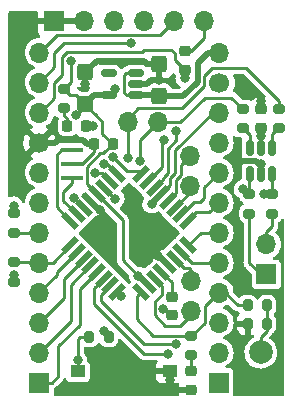
<source format=gbr>
%TF.GenerationSoftware,KiCad,Pcbnew,6.0.11-2627ca5db0~126~ubuntu22.04.1*%
%TF.CreationDate,2024-01-17T11:10:24+01:00*%
%TF.ProjectId,barco-modchip,62617263-6f2d-46d6-9f64-636869702e6b,rev?*%
%TF.SameCoordinates,Original*%
%TF.FileFunction,Copper,L1,Top*%
%TF.FilePolarity,Positive*%
%FSLAX46Y46*%
G04 Gerber Fmt 4.6, Leading zero omitted, Abs format (unit mm)*
G04 Created by KiCad (PCBNEW 6.0.11-2627ca5db0~126~ubuntu22.04.1) date 2024-01-17 11:10:24*
%MOMM*%
%LPD*%
G01*
G04 APERTURE LIST*
G04 Aperture macros list*
%AMRoundRect*
0 Rectangle with rounded corners*
0 $1 Rounding radius*
0 $2 $3 $4 $5 $6 $7 $8 $9 X,Y pos of 4 corners*
0 Add a 4 corners polygon primitive as box body*
4,1,4,$2,$3,$4,$5,$6,$7,$8,$9,$2,$3,0*
0 Add four circle primitives for the rounded corners*
1,1,$1+$1,$2,$3*
1,1,$1+$1,$4,$5*
1,1,$1+$1,$6,$7*
1,1,$1+$1,$8,$9*
0 Add four rect primitives between the rounded corners*
20,1,$1+$1,$2,$3,$4,$5,0*
20,1,$1+$1,$4,$5,$6,$7,0*
20,1,$1+$1,$6,$7,$8,$9,0*
20,1,$1+$1,$8,$9,$2,$3,0*%
%AMHorizOval*
0 Thick line with rounded ends*
0 $1 width*
0 $2 $3 position (X,Y) of the first rounded end (center of the circle)*
0 $4 $5 position (X,Y) of the second rounded end (center of the circle)*
0 Add line between two ends*
20,1,$1,$2,$3,$4,$5,0*
0 Add two circle primitives to create the rounded ends*
1,1,$1,$2,$3*
1,1,$1,$4,$5*%
%AMRotRect*
0 Rectangle, with rotation*
0 The origin of the aperture is its center*
0 $1 length*
0 $2 width*
0 $3 Rotation angle, in degrees counterclockwise*
0 Add horizontal line*
21,1,$1,$2,0,0,$3*%
G04 Aperture macros list end*
%TA.AperFunction,SMDPad,CuDef*%
%ADD10RoundRect,0.150000X0.150000X-0.512500X0.150000X0.512500X-0.150000X0.512500X-0.150000X-0.512500X0*%
%TD*%
%TA.AperFunction,ComponentPad*%
%ADD11R,1.700000X1.700000*%
%TD*%
%TA.AperFunction,ComponentPad*%
%ADD12O,1.700000X1.700000*%
%TD*%
%TA.AperFunction,ComponentPad*%
%ADD13C,2.000000*%
%TD*%
%TA.AperFunction,SMDPad,CuDef*%
%ADD14RoundRect,0.200000X-0.200000X-0.275000X0.200000X-0.275000X0.200000X0.275000X-0.200000X0.275000X0*%
%TD*%
%TA.AperFunction,SMDPad,CuDef*%
%ADD15RoundRect,0.200000X0.275000X-0.200000X0.275000X0.200000X-0.275000X0.200000X-0.275000X-0.200000X0*%
%TD*%
%TA.AperFunction,SMDPad,CuDef*%
%ADD16RoundRect,0.200000X-0.275000X0.200000X-0.275000X-0.200000X0.275000X-0.200000X0.275000X0.200000X0*%
%TD*%
%TA.AperFunction,SMDPad,CuDef*%
%ADD17RoundRect,0.225000X0.250000X-0.225000X0.250000X0.225000X-0.250000X0.225000X-0.250000X-0.225000X0*%
%TD*%
%TA.AperFunction,SMDPad,CuDef*%
%ADD18RoundRect,0.218750X0.218750X0.256250X-0.218750X0.256250X-0.218750X-0.256250X0.218750X-0.256250X0*%
%TD*%
%TA.AperFunction,SMDPad,CuDef*%
%ADD19RoundRect,0.250000X0.425000X-0.450000X0.425000X0.450000X-0.425000X0.450000X-0.425000X-0.450000X0*%
%TD*%
%TA.AperFunction,SMDPad,CuDef*%
%ADD20R,1.900000X0.400000*%
%TD*%
%TA.AperFunction,SMDPad,CuDef*%
%ADD21RoundRect,0.225000X-0.225000X-0.250000X0.225000X-0.250000X0.225000X0.250000X-0.225000X0.250000X0*%
%TD*%
%TA.AperFunction,SMDPad,CuDef*%
%ADD22RoundRect,0.225000X-0.250000X0.225000X-0.250000X-0.225000X0.250000X-0.225000X0.250000X0.225000X0*%
%TD*%
%TA.AperFunction,SMDPad,CuDef*%
%ADD23RoundRect,0.150000X0.512500X0.150000X-0.512500X0.150000X-0.512500X-0.150000X0.512500X-0.150000X0*%
%TD*%
%TA.AperFunction,SMDPad,CuDef*%
%ADD24RoundRect,0.218750X0.256250X-0.218750X0.256250X0.218750X-0.256250X0.218750X-0.256250X-0.218750X0*%
%TD*%
%TA.AperFunction,ComponentPad*%
%ADD25HorizOval,1.700000X0.000000X0.000000X0.000000X0.000000X0*%
%TD*%
%TA.AperFunction,SMDPad,CuDef*%
%ADD26RotRect,1.600000X0.550000X315.000000*%
%TD*%
%TA.AperFunction,SMDPad,CuDef*%
%ADD27RotRect,1.600000X0.550000X45.000000*%
%TD*%
%TA.AperFunction,SMDPad,CuDef*%
%ADD28R,1.250000X1.000000*%
%TD*%
%TA.AperFunction,ComponentPad*%
%ADD29HorizOval,1.700000X0.000000X0.000000X0.000000X0.000000X0*%
%TD*%
%TA.AperFunction,SMDPad,CuDef*%
%ADD30RoundRect,0.200000X0.200000X0.275000X-0.200000X0.275000X-0.200000X-0.275000X0.200000X-0.275000X0*%
%TD*%
%TA.AperFunction,ViaPad*%
%ADD31C,0.800000*%
%TD*%
%TA.AperFunction,Conductor*%
%ADD32C,0.250000*%
%TD*%
%TA.AperFunction,Conductor*%
%ADD33C,0.500000*%
%TD*%
G04 APERTURE END LIST*
D10*
%TO.P,U40,1*%
%TO.N,A4*%
X189800000Y-106637500D03*
%TO.P,U40,2,GND*%
%TO.N,GND*%
X190750000Y-106637500D03*
%TO.P,U40,3*%
%TO.N,A5*%
X191700000Y-106637500D03*
%TO.P,U40,4*%
%TO.N,Net-(R43-Pad2)*%
X191700000Y-104362500D03*
%TO.P,U40,5,VCC*%
%TO.N,+5VD*%
X190750000Y-104362500D03*
%TO.P,U40,6*%
%TO.N,Net-(R42-Pad2)*%
X189800000Y-104362500D03*
%TD*%
D11*
%TO.P,J2,1,Pin_1*%
%TO.N,GND*%
X173250000Y-93625000D03*
D12*
%TO.P,J2,2,Pin_2*%
X175790000Y-93625000D03*
%TO.P,J2,3,Pin_3*%
%TO.N,+5VD*%
X178330000Y-93625000D03*
%TO.P,J2,4,Pin_4*%
%TO.N,RXD*%
X180870000Y-93625000D03*
%TO.P,J2,5,Pin_5*%
%TO.N,TXD*%
X183410000Y-93625000D03*
%TO.P,J2,6,Pin_6*%
%TO.N,DTR*%
X185950000Y-93625000D03*
%TD*%
D13*
%TO.P,J30,1,Pin_1*%
%TO.N,Net-(J30-Pad1)*%
X190750000Y-121685000D03*
%TD*%
D14*
%TO.P,R11,1*%
%TO.N,~{RESET}*%
X176225000Y-120375000D03*
%TO.P,R11,2*%
%TO.N,+5VD*%
X177875000Y-120375000D03*
%TD*%
D15*
%TO.P,R20,1*%
%TO.N,Net-(D20-Pad2)*%
X174075000Y-101050000D03*
%TO.P,R20,2*%
%TO.N,+5VD*%
X174075000Y-99400000D03*
%TD*%
D16*
%TO.P,R51,1*%
%TO.N,D5*%
X169830000Y-114085000D03*
%TO.P,R51,2*%
%TO.N,+5VD*%
X169830000Y-115735000D03*
%TD*%
D12*
%TO.P,J12,1,Pin_1*%
%TO.N,A4*%
X184750000Y-107600000D03*
%TO.P,J12,2,Pin_2*%
%TO.N,A5*%
X184750000Y-105060000D03*
%TD*%
D17*
%TO.P,C12,1*%
%TO.N,GND*%
X183200000Y-118575000D03*
%TO.P,C12,2*%
%TO.N,Net-(C12-Pad2)*%
X183200000Y-117025000D03*
%TD*%
D18*
%TO.P,D20,1,K*%
%TO.N,GND*%
X175937500Y-102525000D03*
%TO.P,D20,2,A*%
%TO.N,Net-(D20-Pad2)*%
X174362500Y-102525000D03*
%TD*%
D19*
%TO.P,C21,1*%
%TO.N,+5VD*%
X175875000Y-100700000D03*
%TO.P,C21,2*%
%TO.N,GND*%
X175875000Y-98000000D03*
%TD*%
D15*
%TO.P,R10,1*%
%TO.N,Net-(D10-Pad2)*%
X184800000Y-121925000D03*
%TO.P,R10,2*%
%TO.N,SCK*%
X184800000Y-120275000D03*
%TD*%
D12*
%TO.P,J14,1,Pin_1*%
%TO.N,SDA1*%
X182020000Y-102225000D03*
%TO.P,J14,2,Pin_2*%
%TO.N,SCL1*%
X179480000Y-102225000D03*
%TD*%
D14*
%TO.P,R31,1*%
%TO.N,GND*%
X189625000Y-119270000D03*
%TO.P,R31,2*%
%TO.N,Net-(J30-Pad1)*%
X191275000Y-119270000D03*
%TD*%
D20*
%TO.P,Y1,1,1*%
%TO.N,Net-(U1-Pad7)*%
X174725000Y-106950000D03*
%TO.P,Y1,2,2*%
%TO.N,GND*%
X174725000Y-105750000D03*
%TO.P,Y1,3,3*%
%TO.N,Net-(U1-Pad8)*%
X174725000Y-104550000D03*
%TD*%
D21*
%TO.P,C10,1*%
%TO.N,GND*%
X176650000Y-104050000D03*
%TO.P,C10,2*%
%TO.N,+5VD*%
X178200000Y-104050000D03*
%TD*%
D16*
%TO.P,R42,1*%
%TO.N,SDA1*%
X189220000Y-101075000D03*
%TO.P,R42,2*%
%TO.N,Net-(R42-Pad2)*%
X189220000Y-102725000D03*
%TD*%
D11*
%TO.P,J40,1,Pin_1*%
%TO.N,/MON_SDA*%
X191210000Y-115085000D03*
D12*
%TO.P,J40,2,Pin_2*%
%TO.N,/MON_SCL*%
X191210000Y-112545000D03*
%TD*%
D22*
%TO.P,C13,1*%
%TO.N,DTR*%
X184310000Y-96205000D03*
%TO.P,C13,2*%
%TO.N,~{RESET}*%
X184310000Y-97755000D03*
%TD*%
D12*
%TO.P,J13,1,Pin_1*%
%TO.N,A6*%
X184800000Y-118175000D03*
%TO.P,J13,2,Pin_2*%
%TO.N,A7*%
X184800000Y-115635000D03*
%TD*%
D23*
%TO.P,U20,1,IN*%
%TO.N,RAW*%
X180162500Y-99950000D03*
%TO.P,U20,2,GND*%
%TO.N,GND*%
X180162500Y-99000000D03*
%TO.P,U20,3,EN*%
%TO.N,RAW*%
X180162500Y-98050000D03*
%TO.P,U20,4,BP*%
%TO.N,unconnected-(U20-Pad4)*%
X177887500Y-98050000D03*
%TO.P,U20,5,OUT*%
%TO.N,+5VD*%
X177887500Y-99950000D03*
%TD*%
D16*
%TO.P,R41,1*%
%TO.N,A5*%
X191710000Y-108305000D03*
%TO.P,R41,2*%
%TO.N,/MON_SCL*%
X191710000Y-109955000D03*
%TD*%
D24*
%TO.P,D10,1,K*%
%TO.N,GND*%
X184800000Y-124887500D03*
%TO.P,D10,2,A*%
%TO.N,Net-(D10-Pad2)*%
X184800000Y-123312500D03*
%TD*%
D15*
%TO.P,R50,1*%
%TO.N,D4*%
X169830000Y-111555000D03*
%TO.P,R50,2*%
%TO.N,+5VD*%
X169830000Y-109905000D03*
%TD*%
D16*
%TO.P,R43,1*%
%TO.N,SCL1*%
X192280000Y-101075000D03*
%TO.P,R43,2*%
%TO.N,Net-(R43-Pad2)*%
X192280000Y-102725000D03*
%TD*%
D11*
%TO.P,J10,1,Pin_1*%
%TO.N,D9*%
X172000000Y-124250000D03*
D12*
%TO.P,J10,2,Pin_2*%
%TO.N,D8*%
X172000000Y-121710000D03*
%TO.P,J10,3,Pin_3*%
%TO.N,D7*%
X172000000Y-119170000D03*
%TO.P,J10,4,Pin_4*%
%TO.N,D6*%
X172000000Y-116630000D03*
%TO.P,J10,5,Pin_5*%
%TO.N,D5*%
X172000000Y-114090000D03*
%TO.P,J10,6,Pin_6*%
%TO.N,D4*%
X172000000Y-111550000D03*
%TO.P,J10,7,Pin_7*%
%TO.N,D3*%
X172000000Y-109010000D03*
%TO.P,J10,8,Pin_8*%
%TO.N,D2*%
X172000000Y-106470000D03*
D25*
%TO.P,J10,9,Pin_9*%
%TO.N,GND*%
X172000000Y-103930000D03*
D12*
%TO.P,J10,10,Pin_10*%
%TO.N,~{RESET}*%
X172000000Y-101390000D03*
%TO.P,J10,11,Pin_11*%
%TO.N,RXD*%
X172000000Y-98850000D03*
%TO.P,J10,12,Pin_12*%
%TO.N,TXD*%
X172000000Y-96310000D03*
%TD*%
D16*
%TO.P,R40,1*%
%TO.N,A4*%
X189790000Y-108295000D03*
%TO.P,R40,2*%
%TO.N,/MON_SDA*%
X189790000Y-109945000D03*
%TD*%
D22*
%TO.P,C41,1*%
%TO.N,GND*%
X190750000Y-101125000D03*
%TO.P,C41,2*%
%TO.N,+5VD*%
X190750000Y-102675000D03*
%TD*%
D26*
%TO.P,U1,1,(OC2B/INT1/PTCXY)PD3*%
%TO.N,D3*%
X178574695Y-106614897D03*
%TO.P,U1,2,(XCK0/T0/PTCXY)PD4*%
%TO.N,D4*%
X178009010Y-107180583D03*
%TO.P,U1,3,PE0(PTCXY/SDA1/ICP4/ACO)*%
%TO.N,SDA1*%
X177443324Y-107746268D03*
%TO.P,U1,4,VCC*%
%TO.N,+5VD*%
X176877639Y-108311953D03*
%TO.P,U1,5,GND*%
%TO.N,GND*%
X176311953Y-108877639D03*
%TO.P,U1,6,PE1(PTCXY/SCL1/T4)*%
%TO.N,SCL1*%
X175746268Y-109443324D03*
%TO.P,U1,7,(XTAL1/TOSC1)PB6*%
%TO.N,Net-(U1-Pad7)*%
X175180583Y-110009010D03*
%TO.P,U1,8,(XTAL2/TOSC2)PB7*%
%TO.N,Net-(U1-Pad8)*%
X174614897Y-110574695D03*
D27*
%TO.P,U1,9,(OC0B/T1/PTCXY)PD5*%
%TO.N,D5*%
X174614897Y-112625305D03*
%TO.P,U1,10,(OC0A/AIN0/PTCXY)PD6*%
%TO.N,D6*%
X175180583Y-113190990D03*
%TO.P,U1,11,(AIN1/PTCXY)PD7*%
%TO.N,D7*%
X175746268Y-113756676D03*
%TO.P,U1,12,(CLKO/ICP1/PTCXY)PB0*%
%TO.N,D8*%
X176311953Y-114322361D03*
%TO.P,U1,13,(OC1A/PTCXY)PB1*%
%TO.N,D9*%
X176877639Y-114888047D03*
%TO.P,U1,14,(OC1B/~{SS0}/PTCXY)PB2*%
%TO.N,D10*%
X177443324Y-115453732D03*
%TO.P,U1,15,(MOSI0/TXD1/OC2A/PTCXY)PB3*%
%TO.N,MOSI*%
X178009010Y-116019417D03*
%TO.P,U1,16,(MISO0/RXD1/PTCXY)PB4*%
%TO.N,MISO*%
X178574695Y-116585103D03*
D26*
%TO.P,U1,17,(XCK0/SCK0/PTCXY)PB5*%
%TO.N,SCK*%
X180625305Y-116585103D03*
%TO.P,U1,18,AVCC*%
%TO.N,+5VD*%
X181190990Y-116019417D03*
%TO.P,U1,19,PE2(PTCY/ADC6/ICP3/~{SS1})*%
%TO.N,A6*%
X181756676Y-115453732D03*
%TO.P,U1,20,AREF*%
%TO.N,Net-(C12-Pad2)*%
X182322361Y-114888047D03*
%TO.P,U1,21,GND*%
%TO.N,GND*%
X182888047Y-114322361D03*
%TO.P,U1,22,PE3(PTCY/ADC7/T3/MOSI1)*%
%TO.N,A7*%
X183453732Y-113756676D03*
%TO.P,U1,23,(MISO1/ADC0/PTCY)PC0*%
%TO.N,A0*%
X184019417Y-113190990D03*
%TO.P,U1,24,(SCK1/ADC1/PTCY)PC1*%
%TO.N,A1*%
X184585103Y-112625305D03*
D27*
%TO.P,U1,25,(ADC2/PTCY)PC2*%
%TO.N,A2*%
X184585103Y-110574695D03*
%TO.P,U1,26,(ADC3/PTCY)PC3*%
%TO.N,A3*%
X184019417Y-110009010D03*
%TO.P,U1,27,(SDA0/ADC4/PTCY)PC4*%
%TO.N,A4*%
X183453732Y-109443324D03*
%TO.P,U1,28,(SCL0/ADC5/PTCY)PC5*%
%TO.N,A5*%
X182888047Y-108877639D03*
%TO.P,U1,29,(~{RESET})PC6*%
%TO.N,~{RESET}*%
X182322361Y-108311953D03*
%TO.P,U1,30,(RXD0/OC3A/PTCXY)PD0*%
%TO.N,RXD*%
X181756676Y-107746268D03*
%TO.P,U1,31,(TXD0/OC4A/PTCXY)PD1*%
%TO.N,TXD*%
X181190990Y-107180583D03*
%TO.P,U1,32,(OC3B/OC4B/INT0/PTCXY)PD2*%
%TO.N,D2*%
X180625305Y-106614897D03*
%TD*%
D28*
%TO.P,SW1,1,A*%
%TO.N,GND*%
X183025000Y-123300000D03*
%TO.P,SW1,2,B*%
%TO.N,~{RESET}*%
X175275000Y-123300000D03*
%TD*%
D11*
%TO.P,J11,1,Pin_1*%
%TO.N,D10*%
X187200000Y-124250000D03*
D12*
%TO.P,J11,2,Pin_2*%
%TO.N,MOSI*%
X187200000Y-121710000D03*
%TO.P,J11,3,Pin_3*%
%TO.N,MISO*%
X187200000Y-119170000D03*
%TO.P,J11,4,Pin_4*%
%TO.N,SCK*%
X187200000Y-116630000D03*
%TO.P,J11,5,Pin_5*%
%TO.N,A0*%
X187200000Y-114090000D03*
%TO.P,J11,6,Pin_6*%
%TO.N,A1*%
X187200000Y-111550000D03*
%TO.P,J11,7,Pin_7*%
%TO.N,A2*%
X187200000Y-109010000D03*
%TO.P,J11,8,Pin_8*%
%TO.N,A3*%
X187200000Y-106470000D03*
%TO.P,J11,9,Pin_9*%
%TO.N,+5VD*%
X187200000Y-103930000D03*
%TO.P,J11,10,Pin_10*%
%TO.N,~{RESET}*%
X187200000Y-101390000D03*
D29*
%TO.P,J11,11,Pin_11*%
%TO.N,GND*%
X187200000Y-98850000D03*
D12*
%TO.P,J11,12,Pin_12*%
%TO.N,RAW*%
X187200000Y-96310000D03*
%TD*%
D30*
%TO.P,R30,1*%
%TO.N,Net-(J30-Pad1)*%
X191275000Y-117720000D03*
%TO.P,R30,2*%
%TO.N,SCK*%
X189625000Y-117720000D03*
%TD*%
D19*
%TO.P,C20,1*%
%TO.N,RAW*%
X182150000Y-100000000D03*
%TO.P,C20,2*%
%TO.N,GND*%
X182150000Y-97300000D03*
%TD*%
D31*
%TO.N,GND*%
X182125000Y-98650000D03*
X175825000Y-98950000D03*
X177112500Y-109662500D03*
X190750000Y-105760000D03*
X182500000Y-118000000D03*
X190750000Y-100450000D03*
X182050000Y-113500000D03*
X183025000Y-124025000D03*
X176580000Y-102520000D03*
%TO.N,~{RESET}*%
X181500000Y-109150000D03*
X184310000Y-98470000D03*
X175275000Y-122375000D03*
%TO.N,+5VD*%
X175080000Y-101620000D03*
X190750000Y-103400000D03*
X177450000Y-119850000D03*
X169820000Y-109280000D03*
X174700000Y-97000000D03*
X169820000Y-115120000D03*
X178420000Y-99370000D03*
X180375000Y-115225000D03*
%TO.N,MISO*%
X178950000Y-116950000D03*
%TO.N,MOSI*%
X183550000Y-121000000D03*
%TO.N,TXD*%
X182570000Y-103680000D03*
%TO.N,RXD*%
X183570000Y-102950000D03*
X179725000Y-95525000D03*
%TO.N,D4*%
X176730000Y-106480000D03*
%TO.N,D3*%
X177430000Y-105750000D03*
%TO.N,D2*%
X178257500Y-105132500D03*
%TO.N,D10*%
X182900000Y-121800000D03*
%TO.N,A4*%
X189230000Y-107860000D03*
%TO.N,A5*%
X191020000Y-108310000D03*
%TO.N,SDA1*%
X178425000Y-108700000D03*
X180530000Y-105460000D03*
%TO.N,SCL1*%
X179530000Y-105250000D03*
X174900000Y-108600000D03*
%TD*%
D32*
%TO.N,GND*%
X182888047Y-114322361D02*
X182872361Y-114322361D01*
D33*
X175675000Y-103700000D02*
X176025000Y-104050000D01*
X190360000Y-105490000D02*
X188820000Y-105490000D01*
X176850000Y-97025000D02*
X180900000Y-97025000D01*
X173550000Y-103700000D02*
X175675000Y-103700000D01*
X182125000Y-97325000D02*
X182150000Y-97300000D01*
D32*
X182500000Y-118000000D02*
X182975000Y-118475000D01*
X182872361Y-114322361D02*
X182050000Y-113500000D01*
X175630000Y-105750000D02*
X176650000Y-104730000D01*
D33*
X181440000Y-98650000D02*
X181090000Y-99000000D01*
X182125000Y-98650000D02*
X181440000Y-98650000D01*
X180900000Y-97025000D02*
X181175000Y-97300000D01*
D32*
X176650000Y-104730000D02*
X176650000Y-104050000D01*
X176575000Y-102525000D02*
X176580000Y-102520000D01*
X190750000Y-106637500D02*
X190750000Y-105760000D01*
X190750000Y-101125000D02*
X190750000Y-100450000D01*
X176327639Y-108877639D02*
X176311953Y-108877639D01*
X177112500Y-109662500D02*
X176327639Y-108877639D01*
D33*
X190750000Y-105760000D02*
X190630000Y-105760000D01*
D32*
X174725000Y-105750000D02*
X175630000Y-105750000D01*
D33*
X176025000Y-104050000D02*
X176650000Y-104050000D01*
X182125000Y-98650000D02*
X182125000Y-97325000D01*
D32*
X183025000Y-124025000D02*
X183025000Y-123300000D01*
D33*
X190630000Y-105760000D02*
X190360000Y-105490000D01*
D32*
X182975000Y-118475000D02*
X183200000Y-118475000D01*
D33*
X175875000Y-98000000D02*
X176850000Y-97025000D01*
X181175000Y-97300000D02*
X182150000Y-97300000D01*
D32*
X175937500Y-102525000D02*
X176575000Y-102525000D01*
D33*
X181090000Y-99000000D02*
X180162500Y-99000000D01*
X173320000Y-103930000D02*
X173550000Y-103700000D01*
X172000000Y-103930000D02*
X173320000Y-103930000D01*
D32*
%TO.N,Net-(C12-Pad2)*%
X183200000Y-115750000D02*
X183200000Y-116925000D01*
X182338047Y-114888047D02*
X183200000Y-115750000D01*
X182322361Y-114888047D02*
X182338047Y-114888047D01*
%TO.N,DTR*%
X184850000Y-96150000D02*
X185950000Y-95050000D01*
X185950000Y-95050000D02*
X185950000Y-93625000D01*
X184850000Y-96175000D02*
X184850000Y-96150000D01*
%TO.N,~{RESET}*%
X182322361Y-108307639D02*
X182322361Y-108311953D01*
X175275000Y-122375000D02*
X175275000Y-120575000D01*
X180650000Y-96275000D02*
X180850000Y-96075000D01*
X184310000Y-98470000D02*
X184310000Y-97755000D01*
X183480000Y-96920000D02*
X183480000Y-96390000D01*
X173250000Y-100175000D02*
X173250000Y-98900000D01*
X173250000Y-98900000D02*
X173925000Y-98225000D01*
X173925000Y-96700000D02*
X174350000Y-96275000D01*
X180850000Y-96075000D02*
X183165000Y-96075000D01*
X182322361Y-108311953D02*
X182322361Y-108327639D01*
X186720000Y-101390000D02*
X183520000Y-104590000D01*
X175275000Y-122375000D02*
X175275000Y-123300000D01*
X183090000Y-107540000D02*
X182322361Y-108307639D01*
X172035000Y-101390000D02*
X173250000Y-100175000D01*
X182322361Y-108327639D02*
X181500000Y-109150000D01*
X173925000Y-98225000D02*
X173925000Y-96700000D01*
X184310000Y-97755000D02*
X184310000Y-97750000D01*
X183480000Y-96390000D02*
X183165000Y-96075000D01*
X172000000Y-101390000D02*
X172035000Y-101390000D01*
X175275000Y-120575000D02*
X175475000Y-120375000D01*
X174350000Y-96275000D02*
X180650000Y-96275000D01*
X175475000Y-120375000D02*
X176225000Y-120375000D01*
X183520000Y-106510000D02*
X183090000Y-106940000D01*
X183090000Y-106940000D02*
X183090000Y-107540000D01*
X183520000Y-104590000D02*
X183520000Y-106510000D01*
X184310000Y-97750000D02*
X183480000Y-96920000D01*
X187200000Y-101390000D02*
X186720000Y-101390000D01*
%TO.N,RAW*%
X179160000Y-98240000D02*
X179160000Y-99710000D01*
D33*
X187200000Y-96310000D02*
X186290000Y-96310000D01*
X185400000Y-97200000D02*
X185400000Y-98800000D01*
D32*
X180162500Y-98050000D02*
X179350000Y-98050000D01*
D33*
X182100000Y-99950000D02*
X182150000Y-100000000D01*
X186290000Y-96310000D02*
X185400000Y-97200000D01*
X184200000Y-100000000D02*
X182150000Y-100000000D01*
D32*
X179400000Y-99950000D02*
X180162500Y-99950000D01*
D33*
X185400000Y-98800000D02*
X184200000Y-100000000D01*
D32*
X179160000Y-99710000D02*
X179400000Y-99950000D01*
X179350000Y-98050000D02*
X179160000Y-98240000D01*
D33*
X180162500Y-99950000D02*
X182100000Y-99950000D01*
D32*
%TO.N,+5VD*%
X176877639Y-108311953D02*
X176861953Y-108311953D01*
D33*
X177887500Y-99950000D02*
X176625000Y-99950000D01*
D32*
X169830000Y-115130000D02*
X169820000Y-115120000D01*
X179050000Y-113900000D02*
X179050000Y-110500000D01*
X174650000Y-98825000D02*
X174650000Y-97050000D01*
X176760000Y-101620000D02*
X177330000Y-102190000D01*
X179050000Y-110500000D02*
X176877639Y-108327639D01*
X175875000Y-100700000D02*
X175875000Y-100735000D01*
X174600000Y-99925000D02*
X174075000Y-99400000D01*
X177875000Y-120275000D02*
X177450000Y-119850000D01*
X177490000Y-104770000D02*
X177490000Y-104760000D01*
X177330000Y-103180000D02*
X178200000Y-104050000D01*
X178420000Y-99370000D02*
X178420000Y-99417500D01*
X175080000Y-101620000D02*
X175875000Y-100825000D01*
X181169417Y-116019417D02*
X181190990Y-116019417D01*
X177330000Y-102190000D02*
X177330000Y-103180000D01*
X178420000Y-99417500D02*
X177887500Y-99950000D01*
X174650000Y-97050000D02*
X174700000Y-97000000D01*
X190750000Y-103400000D02*
X190750000Y-104362500D01*
X175100000Y-99925000D02*
X174600000Y-99925000D01*
X176877639Y-108327639D02*
X176877639Y-108311953D01*
X176000000Y-106020000D02*
X177170000Y-104850000D01*
X176000000Y-107450000D02*
X176000000Y-106020000D01*
X176861953Y-108311953D02*
X176000000Y-107450000D01*
X175875000Y-100735000D02*
X176760000Y-101620000D01*
X177410000Y-104850000D02*
X177490000Y-104770000D01*
X177170000Y-104850000D02*
X177410000Y-104850000D01*
X175875000Y-100825000D02*
X175875000Y-100700000D01*
X177490000Y-104760000D02*
X178200000Y-104050000D01*
X169820000Y-109280000D02*
X169820000Y-109895000D01*
X169830000Y-115735000D02*
X169830000Y-115130000D01*
X177875000Y-120375000D02*
X177875000Y-120275000D01*
D33*
X176625000Y-99950000D02*
X175875000Y-100700000D01*
D32*
X175875000Y-100700000D02*
X175100000Y-99925000D01*
X190750000Y-102675000D02*
X190750000Y-103400000D01*
X180375000Y-115225000D02*
X181169417Y-116019417D01*
X174075000Y-99400000D02*
X174650000Y-98825000D01*
X169820000Y-109895000D02*
X169830000Y-109905000D01*
X180375000Y-115225000D02*
X179050000Y-113900000D01*
%TO.N,Net-(D10-Pad2)*%
X184800000Y-123312500D02*
X184800000Y-121925000D01*
%TO.N,Net-(D20-Pad2)*%
X174075000Y-101625000D02*
X174075000Y-101050000D01*
X174362500Y-101912500D02*
X174075000Y-101625000D01*
X174362500Y-102525000D02*
X174362500Y-101912500D01*
%TO.N,MISO*%
X178585103Y-116585103D02*
X178950000Y-116950000D01*
X178574695Y-116585103D02*
X178585103Y-116585103D01*
%TO.N,SCK*%
X186000000Y-119175000D02*
X186000000Y-117750000D01*
X184800000Y-120275000D02*
X184925000Y-120275000D01*
X184925000Y-120275000D02*
X184925000Y-120250000D01*
X181625000Y-120275000D02*
X184850000Y-120275000D01*
X180250000Y-116960408D02*
X180250000Y-118900000D01*
X187120000Y-116630000D02*
X187200000Y-116630000D01*
X187710000Y-116630000D02*
X188800000Y-117720000D01*
X180250000Y-118900000D02*
X181625000Y-120275000D01*
X188800000Y-117720000D02*
X189625000Y-117720000D01*
X184925000Y-120250000D02*
X186000000Y-119175000D01*
X184850000Y-120275000D02*
X184925000Y-120275000D01*
X187200000Y-116630000D02*
X187710000Y-116630000D01*
X180625305Y-116585103D02*
X180250000Y-116960408D01*
X186000000Y-117750000D02*
X187120000Y-116630000D01*
%TO.N,MOSI*%
X180850000Y-121000000D02*
X177200000Y-117350000D01*
X177200000Y-117350000D02*
X177200000Y-116850000D01*
X183550000Y-121000000D02*
X180850000Y-121000000D01*
X178009010Y-116040990D02*
X178009010Y-116019417D01*
X177200000Y-116850000D02*
X178009010Y-116040990D01*
%TO.N,TXD*%
X182370000Y-103850000D02*
X182370000Y-106010000D01*
X172000000Y-96310000D02*
X173510000Y-94800000D01*
X182570000Y-103680000D02*
X182400000Y-103850000D01*
X182235000Y-94800000D02*
X183410000Y-93625000D01*
X182400000Y-103850000D02*
X182370000Y-103850000D01*
X182370000Y-106010000D02*
X181199417Y-107180583D01*
X173510000Y-94800000D02*
X182235000Y-94800000D01*
%TO.N,RXD*%
X173275000Y-97575000D02*
X172000000Y-98850000D01*
X179725000Y-95525000D02*
X174125000Y-95525000D01*
X182540000Y-106962944D02*
X181756676Y-107746268D01*
X183570000Y-103740000D02*
X182870000Y-104440000D01*
X183570000Y-102950000D02*
X183570000Y-103740000D01*
X174125000Y-95525000D02*
X173275000Y-96375000D01*
X173275000Y-96375000D02*
X173275000Y-97575000D01*
X182870000Y-106510000D02*
X182540000Y-106840000D01*
X182870000Y-104440000D02*
X182870000Y-106510000D01*
X182540000Y-106840000D02*
X182540000Y-106962944D01*
%TO.N,D9*%
X176861953Y-114888047D02*
X176877639Y-114888047D01*
X173600000Y-123700000D02*
X173600000Y-121150000D01*
X175400000Y-119350000D02*
X175400000Y-116350000D01*
X175400000Y-116350000D02*
X176861953Y-114888047D01*
X173050000Y-124250000D02*
X173600000Y-123700000D01*
X173600000Y-121150000D02*
X175400000Y-119350000D01*
X172000000Y-124250000D02*
X173050000Y-124250000D01*
%TO.N,D8*%
X174650000Y-119060000D02*
X172000000Y-121710000D01*
X176311953Y-114322361D02*
X176311953Y-114338047D01*
X176311953Y-114338047D02*
X174650000Y-116000000D01*
X174650000Y-116000000D02*
X174650000Y-119060000D01*
%TO.N,D7*%
X174050000Y-115450000D02*
X174050000Y-117120000D01*
X175743324Y-113756676D02*
X174050000Y-115450000D01*
X175746268Y-113756676D02*
X175743324Y-113756676D01*
X174050000Y-117120000D02*
X172000000Y-119170000D01*
%TO.N,D6*%
X173450000Y-115150000D02*
X173450000Y-114921573D01*
X173450000Y-114921573D02*
X175180583Y-113190990D01*
X172000000Y-116600000D02*
X173450000Y-115150000D01*
X172000000Y-116630000D02*
X172000000Y-116600000D01*
%TO.N,D5*%
X169830000Y-114085000D02*
X171995000Y-114085000D01*
X171995000Y-114085000D02*
X172000000Y-114090000D01*
X172000000Y-114090000D02*
X173150202Y-114090000D01*
X173150202Y-114090000D02*
X174614897Y-112625305D01*
%TO.N,D4*%
X169830000Y-111555000D02*
X171995000Y-111555000D01*
X177980583Y-107180583D02*
X178009010Y-107180583D01*
X176730000Y-106480000D02*
X177280000Y-106480000D01*
X171995000Y-111555000D02*
X172000000Y-111550000D01*
X177280000Y-106480000D02*
X177980583Y-107180583D01*
%TO.N,D3*%
X178564897Y-106614897D02*
X178574695Y-106614897D01*
X177430000Y-105750000D02*
X177700000Y-105750000D01*
X177700000Y-105750000D02*
X178564897Y-106614897D01*
%TO.N,D2*%
X180340408Y-106330000D02*
X180625305Y-106614897D01*
X179455000Y-106330000D02*
X180340408Y-106330000D01*
X178257500Y-105132500D02*
X179455000Y-106330000D01*
%TO.N,D10*%
X180825000Y-121800000D02*
X176650000Y-117625000D01*
X176650000Y-116250000D02*
X177443324Y-115456676D01*
X176650000Y-117625000D02*
X176650000Y-116250000D01*
X177443324Y-115456676D02*
X177443324Y-115453732D01*
X182900000Y-121800000D02*
X180825000Y-121800000D01*
%TO.N,A0*%
X184019417Y-113219417D02*
X184890000Y-114090000D01*
X184019417Y-113190990D02*
X184019417Y-113219417D01*
X184890000Y-114090000D02*
X187200000Y-114090000D01*
%TO.N,A1*%
X185650000Y-111550000D02*
X187200000Y-111550000D01*
X184585103Y-112625305D02*
X184585103Y-112614897D01*
X184585103Y-112614897D02*
X185650000Y-111550000D01*
%TO.N,A2*%
X184585103Y-110564897D02*
X185300000Y-109850000D01*
X185300000Y-109850000D02*
X186360000Y-109850000D01*
X184585103Y-110574695D02*
X184585103Y-110564897D01*
X186360000Y-109850000D02*
X187200000Y-109010000D01*
%TO.N,A3*%
X184019417Y-110009010D02*
X184040990Y-110009010D01*
X185100000Y-108950000D02*
X185600000Y-108950000D01*
X185950000Y-108600000D02*
X185950000Y-107720000D01*
X184040990Y-110009010D02*
X185100000Y-108950000D01*
X185950000Y-107720000D02*
X187200000Y-106470000D01*
X185600000Y-108950000D02*
X185950000Y-108600000D01*
%TO.N,A4*%
X189665000Y-108295000D02*
X189790000Y-108295000D01*
X189790000Y-106647500D02*
X189800000Y-106637500D01*
X183453732Y-109443324D02*
X183456676Y-109443324D01*
X189790000Y-108295000D02*
X189790000Y-107790000D01*
X189230000Y-107860000D02*
X189665000Y-108295000D01*
X184750000Y-108150000D02*
X184750000Y-107600000D01*
X189790000Y-107790000D02*
X189790000Y-106647500D01*
X183456676Y-109443324D02*
X184750000Y-108150000D01*
%TO.N,A5*%
X182888047Y-108877639D02*
X182888047Y-108861953D01*
X191025000Y-108305000D02*
X191710000Y-108305000D01*
X191710000Y-108305000D02*
X191710000Y-106647500D01*
X182888047Y-108861953D02*
X183550000Y-108200000D01*
X183970000Y-106700000D02*
X183970000Y-105840000D01*
X183550000Y-108200000D02*
X183550000Y-107120000D01*
X191020000Y-108310000D02*
X191025000Y-108305000D01*
X183970000Y-105840000D02*
X184750000Y-105060000D01*
X183550000Y-107120000D02*
X183970000Y-106700000D01*
X191710000Y-106647500D02*
X191700000Y-106637500D01*
%TO.N,A6*%
X182400000Y-116097056D02*
X182400000Y-116750000D01*
X184800000Y-118500000D02*
X184800000Y-118175000D01*
X182675000Y-119425000D02*
X183875000Y-119425000D01*
X182400000Y-116750000D02*
X181750000Y-117400000D01*
X181750000Y-118500000D02*
X182675000Y-119425000D01*
X183875000Y-119425000D02*
X184800000Y-118500000D01*
X181750000Y-117400000D02*
X181750000Y-118500000D01*
X181756676Y-115453732D02*
X182400000Y-116097056D01*
%TO.N,A7*%
X184650000Y-114550000D02*
X184800000Y-114700000D01*
X184250000Y-114550000D02*
X184650000Y-114550000D01*
X183453732Y-113756676D02*
X183456676Y-113756676D01*
X184800000Y-114700000D02*
X184800000Y-115635000D01*
X183456676Y-113756676D02*
X184250000Y-114550000D01*
%TO.N,SDA1*%
X180530000Y-105460000D02*
X180530000Y-103700000D01*
X182020000Y-102225000D02*
X183895000Y-102225000D01*
X188265000Y-100120000D02*
X189220000Y-101075000D01*
X178425000Y-108700000D02*
X177471268Y-107746268D01*
X180530000Y-103700000D02*
X182005000Y-102225000D01*
X177443324Y-107746268D02*
X177496268Y-107746268D01*
X177471268Y-107746268D02*
X177443324Y-107746268D01*
X183895000Y-102225000D02*
X186000000Y-100120000D01*
X182005000Y-102225000D02*
X182020000Y-102225000D01*
X186000000Y-100120000D02*
X188265000Y-100120000D01*
%TO.N,SCL1*%
X179530000Y-105250000D02*
X179530000Y-103370000D01*
X179480000Y-102225000D02*
X179480000Y-101900000D01*
X179480000Y-103320000D02*
X179480000Y-101700000D01*
X189480000Y-97600000D02*
X192280000Y-100400000D01*
X186650000Y-97600000D02*
X189480000Y-97600000D01*
X184110000Y-101040000D02*
X185980000Y-99170000D01*
X179480000Y-101900000D02*
X180340000Y-101040000D01*
X192280000Y-100400000D02*
X192280000Y-101075000D01*
X179530000Y-103370000D02*
X179480000Y-103320000D01*
X175746268Y-109443324D02*
X175743324Y-109443324D01*
X180340000Y-101040000D02*
X184110000Y-101040000D01*
X175743324Y-109443324D02*
X174900000Y-108600000D01*
X185980000Y-99170000D02*
X185980000Y-98270000D01*
X185980000Y-98270000D02*
X186650000Y-97600000D01*
%TO.N,Net-(U1-Pad7)*%
X174000000Y-108850000D02*
X174000000Y-108100000D01*
X174000000Y-108100000D02*
X174725000Y-107375000D01*
X174725000Y-107375000D02*
X174725000Y-106950000D01*
X175159010Y-110009010D02*
X174000000Y-108850000D01*
X175180583Y-110009010D02*
X175159010Y-110009010D01*
%TO.N,Net-(U1-Pad8)*%
X174600000Y-104550000D02*
X173850000Y-104550000D01*
X173450000Y-109409798D02*
X174614897Y-110574695D01*
X173450000Y-104950000D02*
X173450000Y-109409798D01*
X173850000Y-104550000D02*
X173450000Y-104950000D01*
%TO.N,Net-(J30-Pad1)*%
X190750000Y-120390000D02*
X190750000Y-121685000D01*
X191275000Y-119865000D02*
X190750000Y-120390000D01*
X191275000Y-119270000D02*
X191275000Y-119865000D01*
X191275000Y-117720000D02*
X191275000Y-119270000D01*
%TO.N,/MON_SDA*%
X189790000Y-109945000D02*
X189790000Y-114125000D01*
X189790000Y-114125000D02*
X190760000Y-115095000D01*
%TO.N,/MON_SCL*%
X191210000Y-111520000D02*
X191210000Y-112545000D01*
X191710000Y-111020000D02*
X191210000Y-111520000D01*
X191710000Y-109955000D02*
X191710000Y-111020000D01*
%TO.N,Net-(R42-Pad2)*%
X189250000Y-102725000D02*
X189800000Y-103275000D01*
X189800000Y-103275000D02*
X189800000Y-104362500D01*
X189220000Y-102725000D02*
X189250000Y-102725000D01*
%TO.N,Net-(R43-Pad2)*%
X192280000Y-102725000D02*
X192225000Y-102725000D01*
X192225000Y-102725000D02*
X191700000Y-103250000D01*
X191700000Y-103250000D02*
X191700000Y-104362500D01*
%TD*%
%TA.AperFunction,Conductor*%
%TO.N,GND*%
G36*
X188522250Y-103340191D02*
G01*
X188553988Y-103357932D01*
X188645186Y-103427910D01*
X188645190Y-103427912D01*
X188651741Y-103432939D01*
X188659367Y-103436098D01*
X188659369Y-103436099D01*
X188706673Y-103455693D01*
X188793198Y-103491533D01*
X188801382Y-103492610D01*
X188801384Y-103492611D01*
X188881339Y-103503137D01*
X188906884Y-103506500D01*
X189028919Y-103506500D01*
X189097040Y-103526502D01*
X189143533Y-103580158D01*
X189153637Y-103650432D01*
X189146071Y-103678883D01*
X189128989Y-103722028D01*
X189118500Y-103808706D01*
X189118500Y-104916294D01*
X189128989Y-105002972D01*
X189131969Y-105010498D01*
X189178030Y-105126835D01*
X189182596Y-105138368D01*
X189270639Y-105254361D01*
X189386632Y-105342404D01*
X189394613Y-105345564D01*
X189394615Y-105345565D01*
X189488782Y-105382848D01*
X189544755Y-105426522D01*
X189568232Y-105493525D01*
X189551756Y-105562584D01*
X189500561Y-105611773D01*
X189488782Y-105617152D01*
X189394615Y-105654435D01*
X189394613Y-105654436D01*
X189386632Y-105657596D01*
X189270639Y-105745639D01*
X189182596Y-105861632D01*
X189179436Y-105869613D01*
X189179435Y-105869615D01*
X189166572Y-105902104D01*
X189128989Y-105997028D01*
X189128016Y-106005066D01*
X189128016Y-106005067D01*
X189124271Y-106036014D01*
X189118500Y-106083706D01*
X189118500Y-106982161D01*
X189098498Y-107050282D01*
X189044842Y-107096775D01*
X189033110Y-107101437D01*
X188895148Y-107148403D01*
X188889144Y-107152097D01*
X188751823Y-107236577D01*
X188751820Y-107236579D01*
X188745816Y-107240273D01*
X188740781Y-107245204D01*
X188740778Y-107245206D01*
X188625581Y-107358016D01*
X188620549Y-107362944D01*
X188525572Y-107510319D01*
X188523163Y-107516939D01*
X188523161Y-107516942D01*
X188470122Y-107662667D01*
X188465606Y-107675074D01*
X188464723Y-107682062D01*
X188464723Y-107682063D01*
X188462214Y-107701928D01*
X188443632Y-107849020D01*
X188460741Y-108023511D01*
X188516083Y-108189876D01*
X188519730Y-108195898D01*
X188519731Y-108195900D01*
X188574475Y-108286292D01*
X188606908Y-108339846D01*
X188611797Y-108344909D01*
X188611798Y-108344910D01*
X188632971Y-108366835D01*
X188728701Y-108465966D01*
X188734593Y-108469821D01*
X188734597Y-108469825D01*
X188830774Y-108532761D01*
X188875410Y-108561970D01*
X188882006Y-108564423D01*
X188884326Y-108565595D01*
X188936110Y-108614163D01*
X188947862Y-108642206D01*
X188948467Y-108646802D01*
X189007061Y-108788259D01*
X189100269Y-108909731D01*
X189221741Y-109002939D01*
X189229370Y-109006099D01*
X189236523Y-109010229D01*
X189234944Y-109012963D01*
X189278596Y-109048141D01*
X189301016Y-109115505D01*
X189283457Y-109184296D01*
X189235855Y-109228613D01*
X189236523Y-109229771D01*
X189229370Y-109233901D01*
X189221741Y-109237061D01*
X189100269Y-109330269D01*
X189007061Y-109451741D01*
X189003902Y-109459367D01*
X189003901Y-109459369D01*
X188969181Y-109543191D01*
X188948467Y-109593198D01*
X188947390Y-109601382D01*
X188947389Y-109601384D01*
X188936787Y-109681913D01*
X188933500Y-109706884D01*
X188933500Y-110183116D01*
X188934038Y-110187202D01*
X188934038Y-110187203D01*
X188946387Y-110281000D01*
X188948467Y-110296802D01*
X188951626Y-110304428D01*
X188989653Y-110396232D01*
X189007061Y-110438259D01*
X189100269Y-110559731D01*
X189221741Y-110652939D01*
X189222779Y-110653369D01*
X189269491Y-110702357D01*
X189283500Y-110760097D01*
X189283500Y-114054157D01*
X189282152Y-114066221D01*
X189282642Y-114066260D01*
X189281922Y-114075206D01*
X189279941Y-114083962D01*
X189280497Y-114092922D01*
X189283258Y-114137432D01*
X189283500Y-114145233D01*
X189283500Y-114161366D01*
X189284136Y-114165807D01*
X189284136Y-114165809D01*
X189284976Y-114171677D01*
X189286005Y-114181726D01*
X189287067Y-114198842D01*
X189288924Y-114228768D01*
X189291974Y-114237215D01*
X189292616Y-114240317D01*
X189296701Y-114256702D01*
X189297588Y-114259735D01*
X189298860Y-114268619D01*
X189302574Y-114276786D01*
X189302574Y-114276788D01*
X189318372Y-114311533D01*
X189322185Y-114320902D01*
X189334639Y-114355400D01*
X189338188Y-114365232D01*
X189343479Y-114372475D01*
X189344945Y-114375232D01*
X189353506Y-114389882D01*
X189355196Y-114392524D01*
X189358910Y-114400693D01*
X189364769Y-114407493D01*
X189364771Y-114407496D01*
X189389682Y-114436407D01*
X189395960Y-114444312D01*
X189403951Y-114455250D01*
X189414869Y-114466168D01*
X189421227Y-114473015D01*
X189453616Y-114510604D01*
X189461151Y-114515488D01*
X189467567Y-114521085D01*
X189479192Y-114530491D01*
X189941595Y-114992894D01*
X189975621Y-115055206D01*
X189978500Y-115081989D01*
X189978500Y-115971158D01*
X189979170Y-115975706D01*
X189979170Y-115975713D01*
X189988112Y-116036459D01*
X189989538Y-116046144D01*
X189993853Y-116054932D01*
X189993853Y-116054933D01*
X190011306Y-116090479D01*
X190045513Y-116160151D01*
X190135399Y-116249880D01*
X190249503Y-116305655D01*
X190282284Y-116310437D01*
X190319316Y-116315840D01*
X190319320Y-116315840D01*
X190323842Y-116316500D01*
X192096158Y-116316500D01*
X192100706Y-116315830D01*
X192100713Y-116315830D01*
X192161459Y-116306888D01*
X192161461Y-116306887D01*
X192171144Y-116305462D01*
X192179933Y-116301147D01*
X192275803Y-116254077D01*
X192275804Y-116254076D01*
X192285151Y-116249487D01*
X192374880Y-116159601D01*
X192430655Y-116045497D01*
X192436214Y-116007389D01*
X192440840Y-115975684D01*
X192440840Y-115975680D01*
X192441500Y-115971158D01*
X192441500Y-114198842D01*
X192438093Y-114175693D01*
X192431888Y-114133541D01*
X192431887Y-114133539D01*
X192430462Y-114123856D01*
X192414395Y-114091132D01*
X192379077Y-114019197D01*
X192379076Y-114019196D01*
X192374487Y-114009849D01*
X192316211Y-113951675D01*
X192291972Y-113927478D01*
X192284601Y-113920120D01*
X192170497Y-113864345D01*
X192133598Y-113858962D01*
X192100684Y-113854160D01*
X192100680Y-113854160D01*
X192096158Y-113853500D01*
X191885299Y-113853500D01*
X191817178Y-113833498D01*
X191770685Y-113779842D01*
X191760581Y-113709568D01*
X191790075Y-113644988D01*
X191822299Y-113618381D01*
X191823118Y-113617908D01*
X191828102Y-113615584D01*
X191977821Y-113510750D01*
X192000106Y-113495146D01*
X192000109Y-113495144D01*
X192004617Y-113491987D01*
X192156987Y-113339617D01*
X192169585Y-113321626D01*
X192277427Y-113167611D01*
X192277428Y-113167609D01*
X192280584Y-113163102D01*
X192282907Y-113158120D01*
X192282910Y-113158115D01*
X192369329Y-112972789D01*
X192369330Y-112972787D01*
X192371652Y-112967807D01*
X192380881Y-112933366D01*
X192425999Y-112764980D01*
X192425999Y-112764978D01*
X192427423Y-112759665D01*
X192446204Y-112545000D01*
X192427423Y-112330335D01*
X192425999Y-112325020D01*
X192373075Y-112127503D01*
X192373074Y-112127501D01*
X192371652Y-112122193D01*
X192356931Y-112090624D01*
X192282910Y-111931885D01*
X192282907Y-111931880D01*
X192280584Y-111926898D01*
X192170709Y-111769980D01*
X192160146Y-111754894D01*
X192160144Y-111754891D01*
X192156987Y-111750383D01*
X192015547Y-111608943D01*
X191981521Y-111546631D01*
X191986586Y-111475816D01*
X192015529Y-111430770D01*
X192018039Y-111428260D01*
X192027540Y-111420667D01*
X192027221Y-111420292D01*
X192034054Y-111414477D01*
X192041648Y-111409685D01*
X192077124Y-111369515D01*
X192082470Y-111363829D01*
X192093864Y-111352435D01*
X192100105Y-111344108D01*
X192106482Y-111336275D01*
X192131747Y-111307668D01*
X192131749Y-111307665D01*
X192137689Y-111300939D01*
X192141505Y-111292811D01*
X192143243Y-111290165D01*
X192151950Y-111275675D01*
X192153460Y-111272916D01*
X192158843Y-111265734D01*
X192175396Y-111221578D01*
X192179309Y-111212292D01*
X192199349Y-111169609D01*
X192200731Y-111160736D01*
X192201656Y-111157709D01*
X192205944Y-111141365D01*
X192206622Y-111138283D01*
X192209771Y-111129882D01*
X192213264Y-111082875D01*
X192214418Y-111072827D01*
X192216500Y-111059456D01*
X192216500Y-111044014D01*
X192216846Y-111034676D01*
X192219858Y-110994144D01*
X192220523Y-110985196D01*
X192218650Y-110976422D01*
X192218072Y-110967941D01*
X192216500Y-110953050D01*
X192216500Y-110770097D01*
X192236502Y-110701976D01*
X192276818Y-110663536D01*
X192278259Y-110662939D01*
X192399731Y-110569731D01*
X192419467Y-110544011D01*
X192492537Y-110448783D01*
X192549875Y-110406916D01*
X192620746Y-110402694D01*
X192682649Y-110437458D01*
X192715930Y-110500170D01*
X192718500Y-110525487D01*
X192718500Y-125252500D01*
X192698498Y-125320621D01*
X192644842Y-125367114D01*
X192592500Y-125378500D01*
X188537975Y-125378500D01*
X188469854Y-125358498D01*
X188423361Y-125304842D01*
X188413257Y-125234568D01*
X188416982Y-125218012D01*
X188420655Y-125210497D01*
X188422067Y-125200820D01*
X188430840Y-125140684D01*
X188430840Y-125140680D01*
X188431500Y-125136158D01*
X188431500Y-123363842D01*
X188421983Y-123299183D01*
X188421888Y-123298541D01*
X188421887Y-123298539D01*
X188420462Y-123288856D01*
X188364487Y-123174849D01*
X188274601Y-123085120D01*
X188160497Y-123029345D01*
X188127716Y-123024563D01*
X188090684Y-123019160D01*
X188090680Y-123019160D01*
X188086158Y-123018500D01*
X187875299Y-123018500D01*
X187807178Y-122998498D01*
X187760685Y-122944842D01*
X187750581Y-122874568D01*
X187780075Y-122809988D01*
X187812299Y-122783381D01*
X187813118Y-122782908D01*
X187818102Y-122780584D01*
X187936546Y-122697649D01*
X187990106Y-122660146D01*
X187990109Y-122660144D01*
X187994617Y-122656987D01*
X188146987Y-122504617D01*
X188155204Y-122492883D01*
X188267427Y-122332611D01*
X188267428Y-122332609D01*
X188270584Y-122328102D01*
X188272907Y-122323120D01*
X188272910Y-122323115D01*
X188359329Y-122137789D01*
X188359330Y-122137787D01*
X188361652Y-122132807D01*
X188363996Y-122124061D01*
X188415999Y-121929980D01*
X188415999Y-121929978D01*
X188417423Y-121924665D01*
X188436204Y-121710000D01*
X188417423Y-121495335D01*
X188398628Y-121425190D01*
X188363075Y-121292503D01*
X188363074Y-121292501D01*
X188361652Y-121287193D01*
X188331293Y-121222088D01*
X188272910Y-121096885D01*
X188272907Y-121096880D01*
X188270584Y-121091898D01*
X188255078Y-121069753D01*
X188150146Y-120919894D01*
X188150144Y-120919891D01*
X188146987Y-120915383D01*
X187994617Y-120763013D01*
X187990109Y-120759856D01*
X187990106Y-120759854D01*
X187822611Y-120642573D01*
X187822609Y-120642572D01*
X187818102Y-120639416D01*
X187813120Y-120637093D01*
X187813115Y-120637090D01*
X187635346Y-120554195D01*
X187582061Y-120507277D01*
X187562600Y-120439000D01*
X187583142Y-120371040D01*
X187635346Y-120325805D01*
X187813115Y-120242910D01*
X187813120Y-120242907D01*
X187818102Y-120240584D01*
X187822611Y-120237427D01*
X187990106Y-120120146D01*
X187990109Y-120120144D01*
X187994617Y-120116987D01*
X188146987Y-119964617D01*
X188150409Y-119959731D01*
X188267427Y-119792611D01*
X188267428Y-119792609D01*
X188270584Y-119788102D01*
X188272907Y-119783120D01*
X188272910Y-119783115D01*
X188358902Y-119598705D01*
X188717001Y-119598705D01*
X188717264Y-119604454D01*
X188723132Y-119668315D01*
X188725743Y-119681351D01*
X188772715Y-119831243D01*
X188778921Y-119844988D01*
X188859824Y-119978574D01*
X188869131Y-119990443D01*
X188979557Y-120100869D01*
X188991426Y-120110176D01*
X189125012Y-120191079D01*
X189138757Y-120197285D01*
X189288644Y-120244256D01*
X189301694Y-120246869D01*
X189356586Y-120251913D01*
X189368124Y-120248525D01*
X189369329Y-120247135D01*
X189371000Y-120239452D01*
X189371000Y-119542115D01*
X189366525Y-119526876D01*
X189365135Y-119525671D01*
X189357452Y-119524000D01*
X188735116Y-119524000D01*
X188719877Y-119528475D01*
X188718672Y-119529865D01*
X188717001Y-119537548D01*
X188717001Y-119598705D01*
X188358902Y-119598705D01*
X188359329Y-119597789D01*
X188359330Y-119597787D01*
X188361652Y-119592807D01*
X188363179Y-119587110D01*
X188415999Y-119389980D01*
X188415999Y-119389978D01*
X188417423Y-119384665D01*
X188436204Y-119170000D01*
X188417423Y-118955335D01*
X188373953Y-118793102D01*
X188363075Y-118752503D01*
X188363074Y-118752501D01*
X188361652Y-118747193D01*
X188354482Y-118731817D01*
X188272910Y-118556885D01*
X188272907Y-118556880D01*
X188270584Y-118551898D01*
X188266928Y-118546677D01*
X188150146Y-118379894D01*
X188150144Y-118379891D01*
X188146987Y-118375383D01*
X187994617Y-118223013D01*
X187990109Y-118219856D01*
X187990106Y-118219854D01*
X187822611Y-118102573D01*
X187822609Y-118102572D01*
X187818102Y-118099416D01*
X187813120Y-118097093D01*
X187813115Y-118097090D01*
X187635346Y-118014195D01*
X187582061Y-117967277D01*
X187562600Y-117899000D01*
X187583142Y-117831040D01*
X187635346Y-117785805D01*
X187813115Y-117702910D01*
X187813120Y-117702907D01*
X187818102Y-117700584D01*
X187876292Y-117659839D01*
X187943566Y-117637151D01*
X188012427Y-117654436D01*
X188037658Y-117673957D01*
X188391753Y-118028052D01*
X188399334Y-118037539D01*
X188399708Y-118037221D01*
X188405523Y-118044054D01*
X188410315Y-118051648D01*
X188450484Y-118087124D01*
X188456171Y-118092470D01*
X188467565Y-118103864D01*
X188475887Y-118110101D01*
X188483725Y-118116482D01*
X188512332Y-118141747D01*
X188512335Y-118141749D01*
X188519061Y-118147689D01*
X188527189Y-118151505D01*
X188529835Y-118153243D01*
X188544325Y-118161950D01*
X188547084Y-118163460D01*
X188554266Y-118168843D01*
X188598422Y-118185396D01*
X188607708Y-118189309D01*
X188650391Y-118209349D01*
X188659264Y-118210731D01*
X188662291Y-118211656D01*
X188678635Y-118215944D01*
X188681717Y-118216622D01*
X188690118Y-118219771D01*
X188699064Y-118220436D01*
X188699065Y-118220436D01*
X188737124Y-118223264D01*
X188747173Y-118224418D01*
X188760544Y-118226500D01*
X188775986Y-118226500D01*
X188785322Y-118226846D01*
X188797689Y-118227765D01*
X188820760Y-118229479D01*
X188887211Y-118254474D01*
X188917016Y-118288149D01*
X188917061Y-118288259D01*
X188922087Y-118294808D01*
X188922088Y-118294811D01*
X188942432Y-118321323D01*
X188968033Y-118387544D01*
X188953769Y-118457092D01*
X188931565Y-118487123D01*
X188869131Y-118549557D01*
X188859824Y-118561426D01*
X188778921Y-118695012D01*
X188772715Y-118708757D01*
X188725744Y-118858644D01*
X188723131Y-118871694D01*
X188717266Y-118935521D01*
X188717000Y-118941309D01*
X188717000Y-118997885D01*
X188721475Y-119013124D01*
X188722865Y-119014329D01*
X188730548Y-119016000D01*
X189753000Y-119016000D01*
X189821121Y-119036002D01*
X189867614Y-119089658D01*
X189879000Y-119142000D01*
X189879000Y-120234884D01*
X189883475Y-120250123D01*
X189884865Y-120251328D01*
X189889294Y-120252291D01*
X189948315Y-120246868D01*
X189961351Y-120244257D01*
X190018437Y-120226368D01*
X190089422Y-120225084D01*
X190149833Y-120262381D01*
X190180489Y-120326418D01*
X190171657Y-120396863D01*
X190126142Y-120451351D01*
X190114296Y-120458365D01*
X190017104Y-120508960D01*
X190011308Y-120511977D01*
X190007175Y-120515080D01*
X190007172Y-120515082D01*
X189833777Y-120645271D01*
X189829642Y-120648376D01*
X189672693Y-120812614D01*
X189669779Y-120816886D01*
X189669778Y-120816887D01*
X189622357Y-120886404D01*
X189544676Y-121000280D01*
X189449028Y-121206336D01*
X189447646Y-121211318D01*
X189447646Y-121211319D01*
X189438784Y-121243276D01*
X189388319Y-121425245D01*
X189364179Y-121651131D01*
X189364476Y-121656283D01*
X189364476Y-121656287D01*
X189369843Y-121749365D01*
X189377256Y-121877927D01*
X189378393Y-121882973D01*
X189378394Y-121882979D01*
X189405255Y-122002167D01*
X189427199Y-122099541D01*
X189429141Y-122104323D01*
X189429142Y-122104327D01*
X189509922Y-122303264D01*
X189512666Y-122310022D01*
X189631363Y-122503718D01*
X189780102Y-122675427D01*
X189954888Y-122820537D01*
X190151028Y-122935152D01*
X190155853Y-122936994D01*
X190155854Y-122936995D01*
X190177448Y-122945241D01*
X190363253Y-123016193D01*
X190368321Y-123017224D01*
X190368324Y-123017225D01*
X190428845Y-123029538D01*
X190585864Y-123061484D01*
X190591037Y-123061674D01*
X190591040Y-123061674D01*
X190807720Y-123069619D01*
X190807724Y-123069619D01*
X190812884Y-123069808D01*
X190818004Y-123069152D01*
X190818006Y-123069152D01*
X190890183Y-123059906D01*
X191038214Y-123040942D01*
X191043163Y-123039457D01*
X191043169Y-123039456D01*
X191250855Y-122977147D01*
X191250854Y-122977147D01*
X191255805Y-122975662D01*
X191459812Y-122875720D01*
X191464017Y-122872720D01*
X191464023Y-122872717D01*
X191640552Y-122746800D01*
X191640554Y-122746798D01*
X191644756Y-122743801D01*
X191805671Y-122583446D01*
X191938235Y-122398964D01*
X191997545Y-122278959D01*
X192036595Y-122199949D01*
X192036596Y-122199947D01*
X192038889Y-122195307D01*
X192090535Y-122025319D01*
X192103426Y-121982890D01*
X192103426Y-121982889D01*
X192104928Y-121977946D01*
X192118743Y-121873013D01*
X192134143Y-121756039D01*
X192134144Y-121756033D01*
X192134580Y-121752717D01*
X192135283Y-121723967D01*
X192136153Y-121688365D01*
X192136153Y-121688360D01*
X192136235Y-121685000D01*
X192117621Y-121458592D01*
X192062278Y-121238264D01*
X191986824Y-121064731D01*
X191973754Y-121034671D01*
X191973752Y-121034668D01*
X191971694Y-121029934D01*
X191848300Y-120839195D01*
X191828002Y-120816887D01*
X191698888Y-120674994D01*
X191698886Y-120674993D01*
X191695410Y-120671172D01*
X191691359Y-120667973D01*
X191691355Y-120667969D01*
X191521474Y-120533805D01*
X191480411Y-120475888D01*
X191477179Y-120404965D01*
X191510471Y-120345828D01*
X191583052Y-120273247D01*
X191592539Y-120265666D01*
X191592221Y-120265292D01*
X191599054Y-120259477D01*
X191606648Y-120254685D01*
X191642124Y-120214515D01*
X191647470Y-120208829D01*
X191658864Y-120197435D01*
X191665103Y-120189110D01*
X191671487Y-120181268D01*
X191696747Y-120152667D01*
X191702689Y-120145939D01*
X191706503Y-120137815D01*
X191708237Y-120135176D01*
X191716936Y-120120700D01*
X191718460Y-120117916D01*
X191723842Y-120110735D01*
X191726993Y-120102331D01*
X191731304Y-120094456D01*
X191734595Y-120096258D01*
X191766614Y-120053643D01*
X191766707Y-120053582D01*
X191768259Y-120052939D01*
X191889731Y-119959731D01*
X191982939Y-119838259D01*
X192011835Y-119768500D01*
X192038374Y-119704428D01*
X192041533Y-119696802D01*
X192045284Y-119668315D01*
X192055962Y-119587203D01*
X192055962Y-119587202D01*
X192056500Y-119583116D01*
X192056500Y-118956884D01*
X192051447Y-118918500D01*
X192042611Y-118851384D01*
X192042610Y-118851382D01*
X192041533Y-118843198D01*
X192001766Y-118747193D01*
X191986099Y-118709369D01*
X191986098Y-118709367D01*
X191982939Y-118701741D01*
X191889731Y-118580269D01*
X191889882Y-118580153D01*
X191858008Y-118521783D01*
X191863073Y-118450968D01*
X191889423Y-118409967D01*
X191889731Y-118409731D01*
X191982939Y-118288259D01*
X191988786Y-118274145D01*
X192023923Y-118189316D01*
X192041533Y-118146802D01*
X192047604Y-118100693D01*
X192055962Y-118037203D01*
X192055962Y-118037202D01*
X192056500Y-118033116D01*
X192056500Y-117406884D01*
X192055962Y-117402797D01*
X192042611Y-117301384D01*
X192042610Y-117301382D01*
X192041533Y-117293198D01*
X191989062Y-117166523D01*
X191986099Y-117159369D01*
X191986098Y-117159367D01*
X191982939Y-117151741D01*
X191889731Y-117030269D01*
X191768259Y-116937061D01*
X191760633Y-116933902D01*
X191760631Y-116933901D01*
X191634428Y-116881626D01*
X191634429Y-116881626D01*
X191626802Y-116878467D01*
X191618618Y-116877390D01*
X191618616Y-116877389D01*
X191517203Y-116864038D01*
X191517202Y-116864038D01*
X191513116Y-116863500D01*
X191036884Y-116863500D01*
X191032798Y-116864038D01*
X191032797Y-116864038D01*
X190931384Y-116877389D01*
X190931382Y-116877390D01*
X190923198Y-116878467D01*
X190915571Y-116881626D01*
X190915572Y-116881626D01*
X190789369Y-116933901D01*
X190789367Y-116933902D01*
X190781741Y-116937061D01*
X190660269Y-117030269D01*
X190567061Y-117151741D01*
X190563901Y-117159369D01*
X190559771Y-117166523D01*
X190557037Y-117164944D01*
X190521859Y-117208596D01*
X190454495Y-117231016D01*
X190385704Y-117213457D01*
X190341387Y-117165855D01*
X190340229Y-117166523D01*
X190336099Y-117159369D01*
X190332939Y-117151741D01*
X190239731Y-117030269D01*
X190118259Y-116937061D01*
X190110633Y-116933902D01*
X190110631Y-116933901D01*
X189984428Y-116881626D01*
X189984429Y-116881626D01*
X189976802Y-116878467D01*
X189968618Y-116877390D01*
X189968616Y-116877389D01*
X189867203Y-116864038D01*
X189867202Y-116864038D01*
X189863116Y-116863500D01*
X189386884Y-116863500D01*
X189382798Y-116864038D01*
X189382797Y-116864038D01*
X189281384Y-116877389D01*
X189281382Y-116877390D01*
X189273198Y-116878467D01*
X189265571Y-116881626D01*
X189265572Y-116881626D01*
X189139369Y-116933901D01*
X189139367Y-116933902D01*
X189131741Y-116937061D01*
X189010269Y-117030269D01*
X189007062Y-117034448D01*
X188945963Y-117067812D01*
X188875148Y-117062747D01*
X188830085Y-117033786D01*
X188469583Y-116673284D01*
X188435557Y-116610972D01*
X188433157Y-116595171D01*
X188424178Y-116492545D01*
X188417423Y-116415335D01*
X188415999Y-116410020D01*
X188363075Y-116212503D01*
X188363074Y-116212501D01*
X188361652Y-116207193D01*
X188359329Y-116202211D01*
X188272910Y-116016885D01*
X188272907Y-116016880D01*
X188270584Y-116011898D01*
X188238856Y-115966585D01*
X188150146Y-115839894D01*
X188150144Y-115839891D01*
X188146987Y-115835383D01*
X187994617Y-115683013D01*
X187990109Y-115679856D01*
X187990106Y-115679854D01*
X187822611Y-115562573D01*
X187822609Y-115562572D01*
X187818102Y-115559416D01*
X187813120Y-115557093D01*
X187813115Y-115557090D01*
X187635346Y-115474195D01*
X187582061Y-115427277D01*
X187562600Y-115359000D01*
X187583142Y-115291040D01*
X187635346Y-115245805D01*
X187813115Y-115162910D01*
X187813120Y-115162907D01*
X187818102Y-115160584D01*
X187822611Y-115157427D01*
X187990106Y-115040146D01*
X187990109Y-115040144D01*
X187994617Y-115036987D01*
X188146987Y-114884617D01*
X188166071Y-114857363D01*
X188267427Y-114712611D01*
X188267428Y-114712609D01*
X188270584Y-114708102D01*
X188272907Y-114703120D01*
X188272910Y-114703115D01*
X188359329Y-114517789D01*
X188359330Y-114517787D01*
X188361652Y-114512807D01*
X188367873Y-114489592D01*
X188415999Y-114309980D01*
X188415999Y-114309978D01*
X188417423Y-114304665D01*
X188436204Y-114090000D01*
X188417423Y-113875335D01*
X188415999Y-113870020D01*
X188363075Y-113672503D01*
X188363074Y-113672501D01*
X188361652Y-113667193D01*
X188342431Y-113625974D01*
X188272910Y-113476885D01*
X188272907Y-113476880D01*
X188270584Y-113471898D01*
X188254748Y-113449282D01*
X188150146Y-113299894D01*
X188150144Y-113299891D01*
X188146987Y-113295383D01*
X187994617Y-113143013D01*
X187990109Y-113139856D01*
X187990106Y-113139854D01*
X187822611Y-113022573D01*
X187822609Y-113022572D01*
X187818102Y-113019416D01*
X187813120Y-113017093D01*
X187813115Y-113017090D01*
X187635346Y-112934195D01*
X187582061Y-112887277D01*
X187562600Y-112819000D01*
X187583142Y-112751040D01*
X187635346Y-112705805D01*
X187813115Y-112622910D01*
X187813120Y-112622907D01*
X187818102Y-112620584D01*
X187882396Y-112575565D01*
X187990106Y-112500146D01*
X187990109Y-112500144D01*
X187994617Y-112496987D01*
X188146987Y-112344617D01*
X188152913Y-112336155D01*
X188267427Y-112172611D01*
X188267428Y-112172609D01*
X188270584Y-112168102D01*
X188272907Y-112163120D01*
X188272910Y-112163115D01*
X188359329Y-111977789D01*
X188359330Y-111977787D01*
X188361652Y-111972807D01*
X188375162Y-111922389D01*
X188415999Y-111769980D01*
X188415999Y-111769978D01*
X188417423Y-111764665D01*
X188436204Y-111550000D01*
X188417423Y-111335335D01*
X188403311Y-111282669D01*
X188363075Y-111132503D01*
X188363074Y-111132501D01*
X188361652Y-111127193D01*
X188354452Y-111111753D01*
X188272910Y-110936885D01*
X188272907Y-110936880D01*
X188270584Y-110931898D01*
X188216577Y-110854768D01*
X188150146Y-110759894D01*
X188150144Y-110759891D01*
X188146987Y-110755383D01*
X187994617Y-110603013D01*
X187990109Y-110599856D01*
X187990106Y-110599854D01*
X187822611Y-110482573D01*
X187822609Y-110482572D01*
X187818102Y-110479416D01*
X187813120Y-110477093D01*
X187813115Y-110477090D01*
X187635346Y-110394195D01*
X187582061Y-110347277D01*
X187562600Y-110279000D01*
X187583142Y-110211040D01*
X187635346Y-110165805D01*
X187813115Y-110082910D01*
X187813120Y-110082907D01*
X187818102Y-110080584D01*
X187828338Y-110073417D01*
X187990106Y-109960146D01*
X187990109Y-109960144D01*
X187994617Y-109956987D01*
X188146987Y-109804617D01*
X188153440Y-109795402D01*
X188267427Y-109632611D01*
X188267428Y-109632609D01*
X188270584Y-109628102D01*
X188272907Y-109623120D01*
X188272910Y-109623115D01*
X188359329Y-109437789D01*
X188359330Y-109437787D01*
X188361652Y-109432807D01*
X188390473Y-109325247D01*
X188415999Y-109229980D01*
X188415999Y-109229978D01*
X188417423Y-109224665D01*
X188436204Y-109010000D01*
X188417423Y-108795335D01*
X188415527Y-108788259D01*
X188363075Y-108592503D01*
X188363074Y-108592501D01*
X188361652Y-108587193D01*
X188348093Y-108558115D01*
X188272910Y-108396885D01*
X188272907Y-108396880D01*
X188270584Y-108391898D01*
X188251695Y-108364922D01*
X188150146Y-108219894D01*
X188150144Y-108219891D01*
X188146987Y-108215383D01*
X187994617Y-108063013D01*
X187990109Y-108059856D01*
X187990106Y-108059854D01*
X187822611Y-107942573D01*
X187822609Y-107942572D01*
X187818102Y-107939416D01*
X187813120Y-107937093D01*
X187813115Y-107937090D01*
X187635346Y-107854195D01*
X187582061Y-107807277D01*
X187562600Y-107739000D01*
X187583142Y-107671040D01*
X187635346Y-107625805D01*
X187813115Y-107542910D01*
X187813120Y-107542907D01*
X187818102Y-107540584D01*
X187830637Y-107531807D01*
X187990106Y-107420146D01*
X187990109Y-107420144D01*
X187994617Y-107416987D01*
X188146987Y-107264617D01*
X188195692Y-107195060D01*
X188267427Y-107092611D01*
X188267428Y-107092609D01*
X188270584Y-107088102D01*
X188272907Y-107083120D01*
X188272910Y-107083115D01*
X188359329Y-106897789D01*
X188359330Y-106897787D01*
X188361652Y-106892807D01*
X188417423Y-106684665D01*
X188436204Y-106470000D01*
X188417423Y-106255335D01*
X188384620Y-106132910D01*
X188363075Y-106052503D01*
X188363074Y-106052501D01*
X188361652Y-106047193D01*
X188342008Y-106005067D01*
X188272910Y-105856885D01*
X188272907Y-105856880D01*
X188270584Y-105851898D01*
X188260226Y-105837105D01*
X188150146Y-105679894D01*
X188150144Y-105679891D01*
X188146987Y-105675383D01*
X187994617Y-105523013D01*
X187990109Y-105519856D01*
X187990106Y-105519854D01*
X187822611Y-105402573D01*
X187822609Y-105402572D01*
X187818102Y-105399416D01*
X187813120Y-105397093D01*
X187813115Y-105397090D01*
X187635346Y-105314195D01*
X187582061Y-105267277D01*
X187562600Y-105199000D01*
X187583142Y-105131040D01*
X187635346Y-105085805D01*
X187813115Y-105002910D01*
X187813120Y-105002907D01*
X187818102Y-105000584D01*
X187822611Y-104997427D01*
X187990106Y-104880146D01*
X187990109Y-104880144D01*
X187994617Y-104876987D01*
X188146987Y-104724617D01*
X188150150Y-104720101D01*
X188267427Y-104552611D01*
X188267428Y-104552609D01*
X188270584Y-104548102D01*
X188272907Y-104543120D01*
X188272910Y-104543115D01*
X188359329Y-104357789D01*
X188359330Y-104357787D01*
X188361652Y-104352807D01*
X188363559Y-104345692D01*
X188415999Y-104149980D01*
X188415999Y-104149978D01*
X188417423Y-104144665D01*
X188436204Y-103930000D01*
X188417423Y-103715335D01*
X188361652Y-103507193D01*
X188359328Y-103502209D01*
X188358885Y-103500992D01*
X188354380Y-103430139D01*
X188388897Y-103368098D01*
X188451477Y-103334566D01*
X188522250Y-103340191D01*
G37*
%TD.AperFunction*%
%TA.AperFunction,Conductor*%
G36*
X178865012Y-120556765D02*
G01*
X178871595Y-120562894D01*
X180416753Y-122108052D01*
X180424334Y-122117539D01*
X180424708Y-122117221D01*
X180430523Y-122124054D01*
X180435315Y-122131648D01*
X180466831Y-122159482D01*
X180475484Y-122167124D01*
X180481171Y-122172470D01*
X180492565Y-122183864D01*
X180500851Y-122190074D01*
X180500887Y-122190101D01*
X180508725Y-122196482D01*
X180537332Y-122221747D01*
X180537335Y-122221749D01*
X180544061Y-122227689D01*
X180552189Y-122231505D01*
X180554835Y-122233243D01*
X180569325Y-122241950D01*
X180572084Y-122243460D01*
X180579266Y-122248843D01*
X180623422Y-122265396D01*
X180632708Y-122269309D01*
X180675391Y-122289349D01*
X180684264Y-122290731D01*
X180687291Y-122291656D01*
X180703635Y-122295944D01*
X180706717Y-122296622D01*
X180715118Y-122299771D01*
X180724064Y-122300436D01*
X180724065Y-122300436D01*
X180762124Y-122303264D01*
X180772173Y-122304418D01*
X180785544Y-122306500D01*
X180800986Y-122306500D01*
X180810324Y-122306846D01*
X180859804Y-122310523D01*
X180868578Y-122308650D01*
X180877059Y-122308072D01*
X180891950Y-122306500D01*
X181883082Y-122306500D01*
X181951203Y-122326502D01*
X181997696Y-122380158D01*
X182007800Y-122450432D01*
X181983908Y-122508065D01*
X181955214Y-122546351D01*
X181946676Y-122561946D01*
X181901522Y-122682394D01*
X181897895Y-122697649D01*
X181892369Y-122748514D01*
X181892000Y-122755328D01*
X181892000Y-123027885D01*
X181896475Y-123043124D01*
X181897865Y-123044329D01*
X181905548Y-123046000D01*
X183153000Y-123046000D01*
X183221121Y-123066002D01*
X183267614Y-123119658D01*
X183279000Y-123172000D01*
X183279000Y-124289884D01*
X183283475Y-124305123D01*
X183284865Y-124306328D01*
X183292548Y-124307999D01*
X183694669Y-124307999D01*
X183701488Y-124307630D01*
X183710230Y-124306680D01*
X183780112Y-124319209D01*
X183832127Y-124367530D01*
X183849761Y-124436302D01*
X183843429Y-124471610D01*
X183829421Y-124513843D01*
X183826555Y-124527210D01*
X183817386Y-124616700D01*
X183821475Y-124630624D01*
X183822865Y-124631829D01*
X183830548Y-124633500D01*
X184928000Y-124633500D01*
X184996121Y-124653502D01*
X185042614Y-124707158D01*
X185054000Y-124759500D01*
X185054000Y-125015500D01*
X185033998Y-125083621D01*
X184980342Y-125130114D01*
X184928000Y-125141500D01*
X183835115Y-125141500D01*
X183819876Y-125145975D01*
X183818671Y-125147365D01*
X183817158Y-125154321D01*
X183817337Y-125157782D01*
X183825816Y-125239496D01*
X183812951Y-125309317D01*
X183764381Y-125361099D01*
X183700489Y-125378500D01*
X173337975Y-125378500D01*
X173269854Y-125358498D01*
X173223361Y-125304842D01*
X173213257Y-125234568D01*
X173216982Y-125218012D01*
X173220655Y-125210497D01*
X173222067Y-125200820D01*
X173230840Y-125140684D01*
X173230840Y-125140680D01*
X173231500Y-125136158D01*
X173231500Y-124807308D01*
X173251502Y-124739187D01*
X173290987Y-124702832D01*
X173290238Y-124701807D01*
X173296485Y-124697244D01*
X173298048Y-124696331D01*
X173298344Y-124696058D01*
X173300239Y-124695050D01*
X173314882Y-124686494D01*
X173317524Y-124684804D01*
X173325693Y-124681090D01*
X173332493Y-124675231D01*
X173332496Y-124675229D01*
X173361407Y-124650318D01*
X173369312Y-124644040D01*
X173380250Y-124636049D01*
X173391168Y-124625131D01*
X173398015Y-124618773D01*
X173428802Y-124592245D01*
X173435604Y-124586384D01*
X173440488Y-124578849D01*
X173446085Y-124572433D01*
X173455491Y-124560808D01*
X173908052Y-124108247D01*
X173917539Y-124100666D01*
X173917221Y-124100292D01*
X173924054Y-124094477D01*
X173931648Y-124089685D01*
X173967124Y-124049515D01*
X173972470Y-124043829D01*
X173983864Y-124032435D01*
X173990103Y-124024110D01*
X173996487Y-124016268D01*
X174021747Y-123987667D01*
X174027689Y-123980939D01*
X174031503Y-123972815D01*
X174033237Y-123970176D01*
X174041936Y-123955700D01*
X174043460Y-123952917D01*
X174048842Y-123945735D01*
X174053623Y-123932982D01*
X174096263Y-123876216D01*
X174162824Y-123851514D01*
X174232173Y-123866720D01*
X174284709Y-123921676D01*
X174335513Y-124025151D01*
X174425399Y-124114880D01*
X174539503Y-124170655D01*
X174572284Y-124175437D01*
X174609316Y-124180840D01*
X174609320Y-124180840D01*
X174613842Y-124181500D01*
X175936158Y-124181500D01*
X175940706Y-124180830D01*
X175940713Y-124180830D01*
X176001459Y-124171888D01*
X176001461Y-124171887D01*
X176011144Y-124170462D01*
X176090502Y-124131499D01*
X176115803Y-124119077D01*
X176115804Y-124119076D01*
X176125151Y-124114487D01*
X176195686Y-124043829D01*
X176207522Y-124031972D01*
X176214880Y-124024601D01*
X176270655Y-123910497D01*
X176275656Y-123876216D01*
X176280259Y-123844669D01*
X181892001Y-123844669D01*
X181892371Y-123851490D01*
X181897895Y-123902352D01*
X181901521Y-123917604D01*
X181946676Y-124038054D01*
X181955214Y-124053649D01*
X182031715Y-124155724D01*
X182044276Y-124168285D01*
X182146351Y-124244786D01*
X182161946Y-124253324D01*
X182282394Y-124298478D01*
X182297649Y-124302105D01*
X182348514Y-124307631D01*
X182355328Y-124308000D01*
X182752885Y-124308000D01*
X182768124Y-124303525D01*
X182769329Y-124302135D01*
X182771000Y-124294452D01*
X182771000Y-123572115D01*
X182766525Y-123556876D01*
X182765135Y-123555671D01*
X182757452Y-123554000D01*
X181910116Y-123554000D01*
X181894877Y-123558475D01*
X181893672Y-123559865D01*
X181892001Y-123567548D01*
X181892001Y-123844669D01*
X176280259Y-123844669D01*
X176280840Y-123840684D01*
X176280840Y-123840680D01*
X176281500Y-123836158D01*
X176281500Y-122763842D01*
X176278992Y-122746800D01*
X176271888Y-122698541D01*
X176271887Y-122698539D01*
X176270462Y-122688856D01*
X176263869Y-122675427D01*
X176219077Y-122584197D01*
X176219076Y-122584196D01*
X176214487Y-122574849D01*
X176143232Y-122503718D01*
X176131972Y-122492478D01*
X176124601Y-122485120D01*
X176115244Y-122480546D01*
X176114258Y-122479843D01*
X176070415Y-122424002D01*
X176062798Y-122382857D01*
X176061583Y-122382916D01*
X176061390Y-122378963D01*
X176061445Y-122375000D01*
X176041901Y-122200764D01*
X176038179Y-122190074D01*
X175986557Y-122041835D01*
X175986556Y-122041833D01*
X175984242Y-122035188D01*
X175959493Y-121995581D01*
X175895065Y-121892474D01*
X175895062Y-121892470D01*
X175891332Y-121886501D01*
X175882835Y-121877944D01*
X175818095Y-121812752D01*
X175784287Y-121750321D01*
X175781500Y-121723967D01*
X175781500Y-121348136D01*
X175801502Y-121280015D01*
X175855158Y-121233522D01*
X175923946Y-121223214D01*
X175986884Y-121231500D01*
X176463116Y-121231500D01*
X176467203Y-121230962D01*
X176568616Y-121217611D01*
X176568618Y-121217610D01*
X176576802Y-121216533D01*
X176657262Y-121183205D01*
X176710631Y-121161099D01*
X176710633Y-121161098D01*
X176718259Y-121157939D01*
X176839731Y-121064731D01*
X176932939Y-120943259D01*
X176936099Y-120935630D01*
X176940229Y-120928477D01*
X176942963Y-120930056D01*
X176978141Y-120886404D01*
X177045505Y-120863984D01*
X177114296Y-120881543D01*
X177158613Y-120929145D01*
X177159771Y-120928477D01*
X177163901Y-120935630D01*
X177167061Y-120943259D01*
X177260269Y-121064731D01*
X177381741Y-121157939D01*
X177389367Y-121161098D01*
X177389369Y-121161099D01*
X177442738Y-121183205D01*
X177523198Y-121216533D01*
X177531382Y-121217610D01*
X177531384Y-121217611D01*
X177632797Y-121230962D01*
X177636884Y-121231500D01*
X178113116Y-121231500D01*
X178117203Y-121230962D01*
X178218616Y-121217611D01*
X178218618Y-121217610D01*
X178226802Y-121216533D01*
X178307262Y-121183205D01*
X178360631Y-121161099D01*
X178360633Y-121161098D01*
X178368259Y-121157939D01*
X178489731Y-121064731D01*
X178582939Y-120943259D01*
X178588786Y-120929145D01*
X178627629Y-120835369D01*
X178641533Y-120801802D01*
X178656500Y-120688116D01*
X178656500Y-120651989D01*
X178676502Y-120583868D01*
X178730158Y-120537375D01*
X178800432Y-120527271D01*
X178865012Y-120556765D01*
G37*
%TD.AperFunction*%
%TA.AperFunction,Conductor*%
G36*
X175801778Y-108179045D02*
G01*
X175844267Y-108207013D01*
X177004676Y-109367422D01*
X177008371Y-109370169D01*
X177008376Y-109370173D01*
X177027667Y-109384513D01*
X177065505Y-109412640D01*
X177074767Y-109415802D01*
X177074769Y-109415803D01*
X177124577Y-109432807D01*
X177185700Y-109453674D01*
X177196111Y-109453665D01*
X177206388Y-109455366D01*
X177206125Y-109456954D01*
X177263028Y-109473609D01*
X177284095Y-109490571D01*
X177403641Y-109610117D01*
X177440291Y-109630130D01*
X177461149Y-109634667D01*
X177489862Y-109656161D01*
X178506595Y-110672894D01*
X178540621Y-110735206D01*
X178543500Y-110761989D01*
X178543500Y-113829157D01*
X178542152Y-113841221D01*
X178542642Y-113841260D01*
X178541922Y-113850206D01*
X178539941Y-113858962D01*
X178540627Y-113870020D01*
X178543258Y-113912432D01*
X178543500Y-113920233D01*
X178543500Y-113936366D01*
X178544136Y-113940807D01*
X178544136Y-113940809D01*
X178544976Y-113946677D01*
X178546005Y-113956726D01*
X178548924Y-114003768D01*
X178551974Y-114012215D01*
X178552616Y-114015317D01*
X178556701Y-114031702D01*
X178557588Y-114034735D01*
X178558860Y-114043619D01*
X178562574Y-114051786D01*
X178562574Y-114051788D01*
X178578372Y-114086533D01*
X178582185Y-114095901D01*
X178598188Y-114140232D01*
X178603479Y-114147475D01*
X178604945Y-114150232D01*
X178613506Y-114164882D01*
X178615196Y-114167524D01*
X178618910Y-114175693D01*
X178624769Y-114182493D01*
X178624771Y-114182496D01*
X178649682Y-114211407D01*
X178655960Y-114219312D01*
X178663951Y-114230250D01*
X178674869Y-114241168D01*
X178681227Y-114248015D01*
X178713616Y-114285604D01*
X178721151Y-114290488D01*
X178727567Y-114296085D01*
X178739192Y-114305491D01*
X179552584Y-115118883D01*
X179586610Y-115181195D01*
X179589342Y-115208397D01*
X179588632Y-115214020D01*
X179589319Y-115221027D01*
X179589319Y-115221030D01*
X179592322Y-115251652D01*
X179605741Y-115388511D01*
X179661083Y-115554876D01*
X179664730Y-115560898D01*
X179664731Y-115560900D01*
X179731945Y-115671884D01*
X179750124Y-115740514D01*
X179728313Y-115808077D01*
X179713264Y-115826250D01*
X179689095Y-115850419D01*
X179626783Y-115884445D01*
X179555968Y-115879380D01*
X179510905Y-115850419D01*
X179190120Y-115529634D01*
X179186430Y-115526891D01*
X179186422Y-115526884D01*
X179133196Y-115487318D01*
X179107342Y-115461497D01*
X179067209Y-115407654D01*
X179067206Y-115407650D01*
X179064479Y-115403992D01*
X178624435Y-114963948D01*
X178620745Y-114961205D01*
X178620737Y-114961198D01*
X178567507Y-114921629D01*
X178541653Y-114895808D01*
X178501523Y-114841969D01*
X178501520Y-114841965D01*
X178498793Y-114838307D01*
X178058749Y-114398263D01*
X178055054Y-114395517D01*
X178055048Y-114395511D01*
X178001823Y-114355944D01*
X177975971Y-114330125D01*
X177935841Y-114276287D01*
X177935832Y-114276277D01*
X177933108Y-114272622D01*
X177493064Y-113832578D01*
X177489374Y-113829835D01*
X177489366Y-113829828D01*
X177436138Y-113790260D01*
X177410284Y-113764440D01*
X177394338Y-113743046D01*
X177367422Y-113706936D01*
X176927378Y-113266892D01*
X176923683Y-113264146D01*
X176923677Y-113264140D01*
X176870452Y-113224573D01*
X176844600Y-113198754D01*
X176804470Y-113144916D01*
X176804461Y-113144906D01*
X176801737Y-113141251D01*
X176361693Y-112701207D01*
X176358003Y-112698464D01*
X176357995Y-112698457D01*
X176304769Y-112658891D01*
X176278915Y-112633070D01*
X176238782Y-112579227D01*
X176238779Y-112579223D01*
X176236052Y-112575565D01*
X175796008Y-112135521D01*
X175792318Y-112132778D01*
X175792310Y-112132771D01*
X175739080Y-112093202D01*
X175713226Y-112067381D01*
X175673096Y-112013542D01*
X175673093Y-112013538D01*
X175670366Y-112009880D01*
X175349581Y-111689095D01*
X175315555Y-111626783D01*
X175320620Y-111555968D01*
X175349581Y-111510905D01*
X175670366Y-111190120D01*
X175673109Y-111186430D01*
X175673116Y-111186422D01*
X175712682Y-111133196D01*
X175738503Y-111107342D01*
X175792346Y-111067209D01*
X175792350Y-111067206D01*
X175796008Y-111064479D01*
X176236052Y-110624435D01*
X176238795Y-110620745D01*
X176238802Y-110620737D01*
X176278371Y-110567507D01*
X176304192Y-110541653D01*
X176358031Y-110501523D01*
X176358035Y-110501520D01*
X176361693Y-110498793D01*
X176684198Y-110176288D01*
X176746510Y-110142262D01*
X176755430Y-110140656D01*
X176818340Y-110131646D01*
X176835403Y-110126656D01*
X176952500Y-110073417D01*
X176965854Y-110065194D01*
X177005735Y-110033128D01*
X177010798Y-110028585D01*
X177044433Y-109994950D01*
X177052045Y-109981008D01*
X177051914Y-109979173D01*
X177047663Y-109972559D01*
X176924792Y-109849688D01*
X176890766Y-109787376D01*
X176888016Y-109761904D01*
X176887887Y-109761134D01*
X176887878Y-109750718D01*
X176846634Y-109630596D01*
X176840793Y-109622759D01*
X176840791Y-109622756D01*
X176813077Y-109585575D01*
X176801737Y-109570361D01*
X175692524Y-108461148D01*
X175662628Y-108413490D01*
X175636181Y-108337545D01*
X175632667Y-108266636D01*
X175668048Y-108205083D01*
X175731091Y-108172431D01*
X175801778Y-108179045D01*
G37*
%TD.AperFunction*%
%TA.AperFunction,Conductor*%
G36*
X179644032Y-107320620D02*
G01*
X179689095Y-107349581D01*
X180009880Y-107670366D01*
X180013570Y-107673109D01*
X180013578Y-107673116D01*
X180066804Y-107712682D01*
X180092658Y-107738503D01*
X180132765Y-107792310D01*
X180135521Y-107796008D01*
X180575565Y-108236052D01*
X180579255Y-108238795D01*
X180579263Y-108238802D01*
X180632493Y-108278371D01*
X180658347Y-108304192D01*
X180695635Y-108354217D01*
X180701207Y-108361693D01*
X180858596Y-108519082D01*
X180892622Y-108581394D01*
X180887557Y-108652209D01*
X180875412Y-108676432D01*
X180795572Y-108800319D01*
X180793163Y-108806939D01*
X180793161Y-108806942D01*
X180738015Y-108958455D01*
X180735606Y-108965074D01*
X180713632Y-109139020D01*
X180730741Y-109313511D01*
X180786083Y-109479876D01*
X180789730Y-109485898D01*
X180789731Y-109485900D01*
X180872832Y-109623115D01*
X180876908Y-109629846D01*
X180881797Y-109634909D01*
X180881798Y-109634910D01*
X180947356Y-109702797D01*
X180998701Y-109755966D01*
X181004593Y-109759821D01*
X181004597Y-109759825D01*
X181073047Y-109804617D01*
X181145410Y-109851970D01*
X181152014Y-109854426D01*
X181303140Y-109910629D01*
X181303142Y-109910629D01*
X181309742Y-109913084D01*
X181316725Y-109914016D01*
X181316726Y-109914016D01*
X181476549Y-109935342D01*
X181476553Y-109935342D01*
X181483530Y-109936273D01*
X181490541Y-109935635D01*
X181490545Y-109935635D01*
X181628105Y-109923115D01*
X181658137Y-109920382D01*
X181664839Y-109918204D01*
X181664841Y-109918204D01*
X181818185Y-109868380D01*
X181818188Y-109868379D01*
X181824884Y-109866203D01*
X181975484Y-109776427D01*
X181976526Y-109778175D01*
X182033556Y-109756461D01*
X182103031Y-109771080D01*
X182132495Y-109792981D01*
X182272622Y-109933108D01*
X182276317Y-109935854D01*
X182276323Y-109935860D01*
X182329548Y-109975427D01*
X182355400Y-110001246D01*
X182395530Y-110055084D01*
X182395539Y-110055094D01*
X182398263Y-110058749D01*
X182838307Y-110498793D01*
X182841997Y-110501536D01*
X182842005Y-110501543D01*
X182895231Y-110541109D01*
X182921085Y-110566930D01*
X182961192Y-110620737D01*
X182963948Y-110624435D01*
X183403992Y-111064479D01*
X183407682Y-111067222D01*
X183407690Y-111067229D01*
X183460920Y-111106798D01*
X183486774Y-111132619D01*
X183526878Y-111186422D01*
X183529634Y-111190120D01*
X183850419Y-111510905D01*
X183884445Y-111573217D01*
X183879380Y-111644032D01*
X183850419Y-111689095D01*
X183529634Y-112009880D01*
X183526891Y-112013570D01*
X183526884Y-112013578D01*
X183487318Y-112066804D01*
X183461497Y-112092658D01*
X183407654Y-112132791D01*
X183407650Y-112132794D01*
X183403992Y-112135521D01*
X182963948Y-112575565D01*
X182961205Y-112579255D01*
X182961198Y-112579263D01*
X182921629Y-112632493D01*
X182895808Y-112658347D01*
X182841969Y-112698477D01*
X182841965Y-112698480D01*
X182838307Y-112701207D01*
X182515802Y-113023712D01*
X182453490Y-113057738D01*
X182444570Y-113059344D01*
X182381660Y-113068354D01*
X182364597Y-113073344D01*
X182247500Y-113126583D01*
X182234146Y-113134806D01*
X182194265Y-113166872D01*
X182189202Y-113171415D01*
X182155567Y-113205050D01*
X182147955Y-113218992D01*
X182148086Y-113220827D01*
X182152337Y-113227441D01*
X182275208Y-113350312D01*
X182309234Y-113412624D01*
X182311984Y-113438096D01*
X182312113Y-113438866D01*
X182312122Y-113449282D01*
X182315504Y-113459132D01*
X182321577Y-113476818D01*
X182353366Y-113569404D01*
X182359207Y-113577241D01*
X182359209Y-113577244D01*
X182366221Y-113586651D01*
X182398263Y-113629639D01*
X183080026Y-114311402D01*
X183114052Y-114373714D01*
X183108987Y-114444529D01*
X183080026Y-114489592D01*
X183055277Y-114514341D01*
X182992965Y-114548367D01*
X182922150Y-114543302D01*
X182877087Y-114514341D01*
X182195324Y-113832578D01*
X182191625Y-113829828D01*
X182191624Y-113829827D01*
X182142353Y-113793201D01*
X182142351Y-113793200D01*
X182134495Y-113787360D01*
X182125233Y-113784198D01*
X182125231Y-113784197D01*
X182024151Y-113749689D01*
X182014300Y-113746326D01*
X182003889Y-113746335D01*
X181993612Y-113744634D01*
X181993875Y-113743046D01*
X181936972Y-113726391D01*
X181915905Y-113709429D01*
X181796359Y-113589883D01*
X181782415Y-113582269D01*
X181780582Y-113582400D01*
X181773967Y-113586651D01*
X181737114Y-113623504D01*
X181732552Y-113628588D01*
X181700491Y-113668461D01*
X181692270Y-113681812D01*
X181639030Y-113798911D01*
X181634040Y-113815974D01*
X181625030Y-113878884D01*
X181595573Y-113943481D01*
X181589398Y-113950116D01*
X181266892Y-114272622D01*
X181264146Y-114276317D01*
X181264140Y-114276323D01*
X181224573Y-114329548D01*
X181198754Y-114355400D01*
X181144916Y-114395530D01*
X181144906Y-114395539D01*
X181141251Y-114398263D01*
X180975648Y-114563866D01*
X180913336Y-114597892D01*
X180842521Y-114592827D01*
X180819042Y-114581158D01*
X180719755Y-114518148D01*
X180689843Y-114507497D01*
X180561220Y-114461696D01*
X180561215Y-114461695D01*
X180554585Y-114459334D01*
X180547597Y-114458501D01*
X180547594Y-114458500D01*
X180427307Y-114444157D01*
X180380490Y-114438574D01*
X180373487Y-114439310D01*
X180373481Y-114439310D01*
X180371837Y-114439483D01*
X180370789Y-114439291D01*
X180366440Y-114439261D01*
X180366445Y-114438497D01*
X180301998Y-114426713D01*
X180269568Y-114403269D01*
X179593405Y-113727106D01*
X179559379Y-113664794D01*
X179556500Y-113638011D01*
X179556500Y-110570843D01*
X179557848Y-110558779D01*
X179557358Y-110558740D01*
X179558078Y-110549794D01*
X179560059Y-110541038D01*
X179556742Y-110487573D01*
X179556500Y-110479772D01*
X179556500Y-110463634D01*
X179555022Y-110453314D01*
X179553992Y-110443259D01*
X179551631Y-110405190D01*
X179551631Y-110405188D01*
X179551075Y-110396232D01*
X179548027Y-110387789D01*
X179547388Y-110384703D01*
X179543294Y-110368282D01*
X179542413Y-110365269D01*
X179541140Y-110356381D01*
X179521621Y-110313452D01*
X179517823Y-110304123D01*
X179501811Y-110259767D01*
X179496511Y-110252512D01*
X179495030Y-110249727D01*
X179486505Y-110235138D01*
X179484808Y-110232484D01*
X179481090Y-110224307D01*
X179475229Y-110217505D01*
X179450326Y-110188604D01*
X179444037Y-110180683D01*
X179438923Y-110173682D01*
X179438913Y-110173670D01*
X179436049Y-110169750D01*
X179425131Y-110158832D01*
X179418773Y-110151985D01*
X179392245Y-110121198D01*
X179386384Y-110114396D01*
X179378849Y-110109512D01*
X179372433Y-110103915D01*
X179360808Y-110094509D01*
X178822116Y-109555817D01*
X178788090Y-109493505D01*
X178793155Y-109422690D01*
X178835702Y-109365854D01*
X178846693Y-109358493D01*
X178884343Y-109336049D01*
X178900484Y-109326427D01*
X178905578Y-109321576D01*
X178905582Y-109321573D01*
X178978548Y-109252088D01*
X179027452Y-109205517D01*
X179101419Y-109094187D01*
X179120576Y-109065354D01*
X179120577Y-109065352D01*
X179124477Y-109059482D01*
X179186737Y-108895581D01*
X179195981Y-108829806D01*
X179210587Y-108725883D01*
X179210588Y-108725875D01*
X179211138Y-108721959D01*
X179211445Y-108700000D01*
X179191901Y-108525764D01*
X179189575Y-108519082D01*
X179136557Y-108366835D01*
X179136556Y-108366833D01*
X179134242Y-108360188D01*
X179041332Y-108211501D01*
X178934317Y-108103737D01*
X178900510Y-108041308D01*
X178905822Y-107970510D01*
X178934628Y-107925859D01*
X179064479Y-107796008D01*
X179067222Y-107792318D01*
X179067229Y-107792310D01*
X179106798Y-107739080D01*
X179132619Y-107713226D01*
X179186458Y-107673096D01*
X179186462Y-107673093D01*
X179190120Y-107670366D01*
X179510905Y-107349581D01*
X179573217Y-107315555D01*
X179644032Y-107320620D01*
G37*
%TD.AperFunction*%
%TA.AperFunction,Conductor*%
G36*
X171834121Y-92841502D02*
G01*
X171880614Y-92895158D01*
X171892000Y-92947500D01*
X171892000Y-93352885D01*
X171896475Y-93368124D01*
X171897865Y-93369329D01*
X171905548Y-93371000D01*
X175918000Y-93371000D01*
X175986121Y-93391002D01*
X176032614Y-93444658D01*
X176044000Y-93497000D01*
X176044000Y-93753000D01*
X176023998Y-93821121D01*
X175970342Y-93867614D01*
X175918000Y-93879000D01*
X171910116Y-93879000D01*
X171894877Y-93883475D01*
X171893672Y-93884865D01*
X171892001Y-93892548D01*
X171892001Y-94519669D01*
X171892371Y-94526490D01*
X171897895Y-94577352D01*
X171901521Y-94592604D01*
X171946676Y-94713054D01*
X171955214Y-94728649D01*
X172031715Y-94830724D01*
X172044278Y-94843287D01*
X172051375Y-94848606D01*
X172093890Y-94905465D01*
X172098914Y-94976284D01*
X172064854Y-95038577D01*
X172002522Y-95072567D01*
X171986796Y-95074951D01*
X171785335Y-95092577D01*
X171780022Y-95094001D01*
X171780020Y-95094001D01*
X171582503Y-95146925D01*
X171582501Y-95146926D01*
X171577193Y-95148348D01*
X171572213Y-95150670D01*
X171572211Y-95150671D01*
X171386885Y-95237090D01*
X171386880Y-95237093D01*
X171381898Y-95239416D01*
X171377391Y-95242572D01*
X171377389Y-95242573D01*
X171209894Y-95359854D01*
X171209891Y-95359856D01*
X171205383Y-95363013D01*
X171053013Y-95515383D01*
X171049856Y-95519891D01*
X171049854Y-95519894D01*
X170960636Y-95647311D01*
X170929416Y-95691898D01*
X170927093Y-95696880D01*
X170927090Y-95696885D01*
X170882046Y-95793482D01*
X170838348Y-95887193D01*
X170782577Y-96095335D01*
X170763796Y-96310000D01*
X170782577Y-96524665D01*
X170784001Y-96529978D01*
X170784001Y-96529980D01*
X170836742Y-96726812D01*
X170838348Y-96732807D01*
X170840670Y-96737787D01*
X170840671Y-96737789D01*
X170927090Y-96923115D01*
X170927093Y-96923120D01*
X170929416Y-96928102D01*
X170932572Y-96932609D01*
X170932573Y-96932611D01*
X171049475Y-97099564D01*
X171053013Y-97104617D01*
X171205383Y-97256987D01*
X171209891Y-97260144D01*
X171209894Y-97260146D01*
X171377389Y-97377427D01*
X171381898Y-97380584D01*
X171386880Y-97382907D01*
X171386885Y-97382910D01*
X171564654Y-97465805D01*
X171617939Y-97512723D01*
X171637400Y-97581000D01*
X171616858Y-97648960D01*
X171564654Y-97694195D01*
X171386885Y-97777090D01*
X171386880Y-97777093D01*
X171381898Y-97779416D01*
X171377391Y-97782572D01*
X171377389Y-97782573D01*
X171209894Y-97899854D01*
X171209891Y-97899856D01*
X171205383Y-97903013D01*
X171053013Y-98055383D01*
X171049856Y-98059891D01*
X171049854Y-98059894D01*
X170943142Y-98212295D01*
X170929416Y-98231898D01*
X170927093Y-98236880D01*
X170927090Y-98236885D01*
X170843626Y-98415875D01*
X170838348Y-98427193D01*
X170836926Y-98432501D01*
X170836925Y-98432503D01*
X170816784Y-98507672D01*
X170782577Y-98635335D01*
X170763796Y-98850000D01*
X170782577Y-99064665D01*
X170784001Y-99069978D01*
X170784001Y-99069980D01*
X170835308Y-99261460D01*
X170838348Y-99272807D01*
X170840670Y-99277787D01*
X170840671Y-99277789D01*
X170927090Y-99463115D01*
X170927093Y-99463120D01*
X170929416Y-99468102D01*
X170932572Y-99472609D01*
X170932573Y-99472611D01*
X171034726Y-99618500D01*
X171053013Y-99644617D01*
X171205383Y-99796987D01*
X171209891Y-99800144D01*
X171209894Y-99800146D01*
X171377389Y-99917427D01*
X171381898Y-99920584D01*
X171386880Y-99922907D01*
X171386885Y-99922910D01*
X171564654Y-100005805D01*
X171617939Y-100052723D01*
X171637400Y-100121000D01*
X171616858Y-100188960D01*
X171564654Y-100234195D01*
X171386885Y-100317090D01*
X171386880Y-100317093D01*
X171381898Y-100319416D01*
X171377391Y-100322572D01*
X171377389Y-100322573D01*
X171209894Y-100439854D01*
X171209891Y-100439856D01*
X171205383Y-100443013D01*
X171053013Y-100595383D01*
X171049856Y-100599891D01*
X171049854Y-100599894D01*
X170976148Y-100705158D01*
X170929416Y-100771898D01*
X170927093Y-100776880D01*
X170927090Y-100776885D01*
X170840671Y-100962211D01*
X170838348Y-100967193D01*
X170836926Y-100972501D01*
X170836925Y-100972503D01*
X170808003Y-101080443D01*
X170782577Y-101175335D01*
X170763796Y-101390000D01*
X170782577Y-101604665D01*
X170784001Y-101609978D01*
X170784001Y-101609980D01*
X170836925Y-101807495D01*
X170838348Y-101812807D01*
X170840670Y-101817787D01*
X170840671Y-101817789D01*
X170927090Y-102003115D01*
X170927093Y-102003120D01*
X170929416Y-102008102D01*
X170932572Y-102012609D01*
X170932573Y-102012611D01*
X171045117Y-102173340D01*
X171053013Y-102184617D01*
X171205383Y-102336987D01*
X171209891Y-102340144D01*
X171209894Y-102340146D01*
X171359613Y-102444980D01*
X171381898Y-102460584D01*
X171386880Y-102462907D01*
X171386885Y-102462910D01*
X171413907Y-102475510D01*
X171467192Y-102522427D01*
X171486653Y-102590704D01*
X171466111Y-102658664D01*
X171418837Y-102701468D01*
X171278466Y-102774540D01*
X171269734Y-102780039D01*
X171249677Y-102795099D01*
X171241223Y-102806427D01*
X171247968Y-102818758D01*
X171987188Y-103557978D01*
X172001132Y-103565592D01*
X172002965Y-103565461D01*
X172009580Y-103561210D01*
X172753389Y-102817401D01*
X172760410Y-102804544D01*
X172753611Y-102795213D01*
X172749563Y-102792524D01*
X172580364Y-102699121D01*
X172530394Y-102648688D01*
X172515622Y-102579245D01*
X172540738Y-102512840D01*
X172588008Y-102474617D01*
X172613115Y-102462910D01*
X172613120Y-102462907D01*
X172618102Y-102460584D01*
X172640387Y-102444980D01*
X172790106Y-102340146D01*
X172790109Y-102340144D01*
X172794617Y-102336987D01*
X172946987Y-102184617D01*
X172954884Y-102173340D01*
X173067427Y-102012611D01*
X173067428Y-102012609D01*
X173070584Y-102008102D01*
X173072907Y-102003120D01*
X173072910Y-102003115D01*
X173159329Y-101817789D01*
X173159330Y-101817787D01*
X173161652Y-101812807D01*
X173163075Y-101807497D01*
X173163076Y-101807495D01*
X173184037Y-101729263D01*
X173220988Y-101668640D01*
X173284848Y-101637618D01*
X173355343Y-101646046D01*
X173384476Y-101665764D01*
X173385269Y-101664731D01*
X173506741Y-101757939D01*
X173514367Y-101761098D01*
X173514376Y-101761103D01*
X173546717Y-101774499D01*
X173601998Y-101819047D01*
X173617011Y-101848121D01*
X173620979Y-101859111D01*
X173623188Y-101865231D01*
X173620660Y-101866144D01*
X173632168Y-101922002D01*
X173618519Y-101965657D01*
X173619432Y-101966035D01*
X173558950Y-102112053D01*
X173543500Y-102229405D01*
X173543501Y-102820594D01*
X173544039Y-102824678D01*
X173544039Y-102824683D01*
X173557872Y-102929759D01*
X173558950Y-102937947D01*
X173619432Y-103083965D01*
X173715646Y-103209354D01*
X173722192Y-103214377D01*
X173727251Y-103218259D01*
X173841035Y-103305568D01*
X173987053Y-103366050D01*
X174104405Y-103381500D01*
X174362437Y-103381500D01*
X174620594Y-103381499D01*
X174624678Y-103380961D01*
X174624683Y-103380961D01*
X174729759Y-103367128D01*
X174729760Y-103367128D01*
X174737947Y-103366050D01*
X174883965Y-103305568D01*
X174890516Y-103300541D01*
X174890520Y-103300539D01*
X174983699Y-103229041D01*
X175049919Y-103203441D01*
X175119468Y-103217706D01*
X175149420Y-103239831D01*
X175260080Y-103350298D01*
X175271491Y-103359310D01*
X175403291Y-103440553D01*
X175416468Y-103446697D01*
X175563843Y-103495579D01*
X175577211Y-103498445D01*
X175592447Y-103500006D01*
X175658174Y-103526848D01*
X175698956Y-103584963D01*
X175702805Y-103651758D01*
X175701643Y-103657181D01*
X175692328Y-103748097D01*
X175692000Y-103754514D01*
X175692000Y-103842500D01*
X175671998Y-103910621D01*
X175618342Y-103957114D01*
X175566000Y-103968500D01*
X173738842Y-103968500D01*
X173734294Y-103969170D01*
X173734287Y-103969170D01*
X173673541Y-103978112D01*
X173673539Y-103978113D01*
X173663856Y-103979538D01*
X173549849Y-104035513D01*
X173548896Y-104033572D01*
X173494739Y-104052467D01*
X173425702Y-104035901D01*
X173376581Y-103984641D01*
X173362482Y-103930250D01*
X173362378Y-103926646D01*
X173344781Y-103712604D01*
X173343096Y-103702424D01*
X173291214Y-103495875D01*
X173287894Y-103486124D01*
X173202972Y-103290814D01*
X173198105Y-103281739D01*
X173133063Y-103181197D01*
X173122377Y-103171995D01*
X173112812Y-103176398D01*
X171246737Y-105042473D01*
X171239977Y-105054853D01*
X171245258Y-105061907D01*
X171406753Y-105156277D01*
X171411283Y-105158448D01*
X171464072Y-105205922D01*
X171482815Y-105274400D01*
X171461560Y-105342140D01*
X171410085Y-105386272D01*
X171386889Y-105397088D01*
X171386886Y-105397090D01*
X171381898Y-105399416D01*
X171377391Y-105402572D01*
X171377389Y-105402573D01*
X171209894Y-105519854D01*
X171209891Y-105519856D01*
X171205383Y-105523013D01*
X171053013Y-105675383D01*
X171049856Y-105679891D01*
X171049854Y-105679894D01*
X170939774Y-105837105D01*
X170929416Y-105851898D01*
X170927093Y-105856880D01*
X170927090Y-105856885D01*
X170857992Y-106005067D01*
X170838348Y-106047193D01*
X170836926Y-106052501D01*
X170836925Y-106052503D01*
X170815380Y-106132910D01*
X170782577Y-106255335D01*
X170763796Y-106470000D01*
X170782577Y-106684665D01*
X170838348Y-106892807D01*
X170840670Y-106897787D01*
X170840671Y-106897789D01*
X170927090Y-107083115D01*
X170927093Y-107083120D01*
X170929416Y-107088102D01*
X170932572Y-107092609D01*
X170932573Y-107092611D01*
X171004309Y-107195060D01*
X171053013Y-107264617D01*
X171205383Y-107416987D01*
X171209891Y-107420144D01*
X171209894Y-107420146D01*
X171369363Y-107531807D01*
X171381898Y-107540584D01*
X171386880Y-107542907D01*
X171386885Y-107542910D01*
X171564654Y-107625805D01*
X171617939Y-107672723D01*
X171637400Y-107741000D01*
X171616858Y-107808960D01*
X171564654Y-107854195D01*
X171386885Y-107937090D01*
X171386880Y-107937093D01*
X171381898Y-107939416D01*
X171377391Y-107942572D01*
X171377389Y-107942573D01*
X171209894Y-108059854D01*
X171209891Y-108059856D01*
X171205383Y-108063013D01*
X171053013Y-108215383D01*
X171049856Y-108219891D01*
X171049854Y-108219894D01*
X170948305Y-108364922D01*
X170929416Y-108391898D01*
X170927093Y-108396880D01*
X170927090Y-108396885D01*
X170851907Y-108558115D01*
X170838348Y-108587193D01*
X170836926Y-108592501D01*
X170836925Y-108592503D01*
X170784473Y-108788259D01*
X170782577Y-108795335D01*
X170782098Y-108800811D01*
X170782097Y-108800816D01*
X170777779Y-108850170D01*
X170773231Y-108902167D01*
X170772752Y-108907638D01*
X170746889Y-108973757D01*
X170689385Y-109015396D01*
X170618498Y-109019337D01*
X170556733Y-108984328D01*
X170533602Y-108951103D01*
X170531556Y-108946832D01*
X170529242Y-108940188D01*
X170519598Y-108924753D01*
X170440064Y-108797473D01*
X170440063Y-108797471D01*
X170436332Y-108791501D01*
X170425538Y-108780631D01*
X170317754Y-108672094D01*
X170312789Y-108667094D01*
X170306846Y-108663322D01*
X170306843Y-108663320D01*
X170186886Y-108587193D01*
X170164755Y-108573148D01*
X170099717Y-108549989D01*
X170006220Y-108516696D01*
X170006215Y-108516695D01*
X169999585Y-108514334D01*
X169992597Y-108513501D01*
X169992594Y-108513500D01*
X169872307Y-108499157D01*
X169825490Y-108493574D01*
X169818487Y-108494310D01*
X169818486Y-108494310D01*
X169658122Y-108511165D01*
X169658120Y-108511166D01*
X169651122Y-108511901D01*
X169548104Y-108546971D01*
X169477173Y-108549989D01*
X169415869Y-108514179D01*
X169383658Y-108450910D01*
X169381500Y-108427693D01*
X169381500Y-103901863D01*
X170638050Y-103901863D01*
X170650309Y-104114477D01*
X170651745Y-104124697D01*
X170698565Y-104332446D01*
X170701645Y-104342275D01*
X170781770Y-104539603D01*
X170786413Y-104548794D01*
X170866460Y-104679420D01*
X170876916Y-104688880D01*
X170885694Y-104685096D01*
X171627978Y-103942812D01*
X171635592Y-103928868D01*
X171635461Y-103927035D01*
X171631210Y-103920420D01*
X170889849Y-103179059D01*
X170878313Y-103172759D01*
X170866031Y-103182382D01*
X170818089Y-103252662D01*
X170813004Y-103261613D01*
X170723338Y-103454783D01*
X170719775Y-103464470D01*
X170662864Y-103669681D01*
X170660933Y-103679800D01*
X170638302Y-103891574D01*
X170638050Y-103901863D01*
X169381500Y-103901863D01*
X169381500Y-92947500D01*
X169401502Y-92879379D01*
X169455158Y-92832886D01*
X169507500Y-92821500D01*
X171766000Y-92821500D01*
X171834121Y-92841502D01*
G37*
%TD.AperFunction*%
%TA.AperFunction,Conductor*%
G36*
X189286132Y-98126502D02*
G01*
X189307106Y-98143405D01*
X191115606Y-99951905D01*
X191149632Y-100014217D01*
X191144567Y-100085032D01*
X191102020Y-100141868D01*
X191035500Y-100166679D01*
X191026511Y-100167000D01*
X191022115Y-100167000D01*
X191006876Y-100171475D01*
X191005671Y-100172865D01*
X191004000Y-100180548D01*
X191004000Y-101253000D01*
X190983998Y-101321121D01*
X190930342Y-101367614D01*
X190878000Y-101379000D01*
X190622000Y-101379000D01*
X190553879Y-101358998D01*
X190507386Y-101305342D01*
X190496000Y-101253000D01*
X190496000Y-100185115D01*
X190491525Y-100169876D01*
X190490135Y-100168671D01*
X190482452Y-100167000D01*
X190454562Y-100167000D01*
X190448047Y-100167337D01*
X190355943Y-100176894D01*
X190342544Y-100179788D01*
X190193893Y-100229381D01*
X190180714Y-100235555D01*
X190047827Y-100317788D01*
X190036426Y-100326824D01*
X189984175Y-100379166D01*
X189921892Y-100413245D01*
X189851072Y-100408242D01*
X189818298Y-100390110D01*
X189794815Y-100372091D01*
X189794812Y-100372089D01*
X189788259Y-100367061D01*
X189780633Y-100363902D01*
X189780631Y-100363901D01*
X189691119Y-100326824D01*
X189646802Y-100308467D01*
X189638618Y-100307390D01*
X189638616Y-100307389D01*
X189537203Y-100294038D01*
X189537202Y-100294038D01*
X189533116Y-100293500D01*
X189206989Y-100293500D01*
X189138868Y-100273498D01*
X189117894Y-100256595D01*
X188673247Y-99811948D01*
X188665666Y-99802461D01*
X188665292Y-99802779D01*
X188659477Y-99795946D01*
X188654685Y-99788352D01*
X188614515Y-99752876D01*
X188608829Y-99747530D01*
X188597435Y-99736136D01*
X188589100Y-99729889D01*
X188581272Y-99723516D01*
X188552666Y-99698252D01*
X188545939Y-99692311D01*
X188537812Y-99688495D01*
X188535178Y-99686765D01*
X188520681Y-99678054D01*
X188517915Y-99676540D01*
X188510734Y-99671158D01*
X188471026Y-99656272D01*
X188414262Y-99613629D01*
X188389563Y-99547068D01*
X188402300Y-99482463D01*
X188464670Y-99356267D01*
X188468469Y-99346672D01*
X188530376Y-99142915D01*
X188532555Y-99132834D01*
X188560590Y-98919887D01*
X188561109Y-98913212D01*
X188562572Y-98853364D01*
X188562378Y-98846646D01*
X188544781Y-98632604D01*
X188543096Y-98622424D01*
X188491214Y-98415875D01*
X188487894Y-98406124D01*
X188434247Y-98282742D01*
X188425428Y-98212295D01*
X188456094Y-98148263D01*
X188516511Y-98110976D01*
X188549797Y-98106500D01*
X189218011Y-98106500D01*
X189286132Y-98126502D01*
G37*
%TD.AperFunction*%
%TA.AperFunction,Conductor*%
G36*
X176071121Y-97766002D02*
G01*
X176117614Y-97819658D01*
X176129000Y-97872000D01*
X176129000Y-99189884D01*
X176133475Y-99205123D01*
X176134865Y-99206328D01*
X176142548Y-99207999D01*
X176178509Y-99207999D01*
X176246630Y-99228001D01*
X176293123Y-99281657D01*
X176303227Y-99351931D01*
X176273733Y-99416511D01*
X176247898Y-99438071D01*
X176247963Y-99438154D01*
X176245627Y-99439966D01*
X176242647Y-99442453D01*
X176241696Y-99443015D01*
X176241691Y-99443019D01*
X176234873Y-99447051D01*
X176220617Y-99461307D01*
X176205583Y-99474148D01*
X176189273Y-99485998D01*
X176163959Y-99516597D01*
X176161191Y-99519943D01*
X176153202Y-99528722D01*
X176100329Y-99581595D01*
X176038017Y-99615621D01*
X176011234Y-99618500D01*
X175565834Y-99618500D01*
X175497713Y-99598498D01*
X175482427Y-99586942D01*
X175449518Y-99557878D01*
X175443830Y-99552531D01*
X175432435Y-99541136D01*
X175424100Y-99534889D01*
X175416272Y-99528516D01*
X175387666Y-99503252D01*
X175380939Y-99497311D01*
X175372812Y-99493495D01*
X175370178Y-99491765D01*
X175355681Y-99483054D01*
X175352915Y-99481540D01*
X175345734Y-99476158D01*
X175310942Y-99463115D01*
X175301601Y-99459613D01*
X175292281Y-99455685D01*
X175258269Y-99439716D01*
X175205108Y-99392660D01*
X175185826Y-99324331D01*
X175206546Y-99256426D01*
X175260690Y-99210502D01*
X175324662Y-99200318D01*
X175396440Y-99207672D01*
X175402854Y-99208000D01*
X175602885Y-99208000D01*
X175618124Y-99203525D01*
X175619329Y-99202135D01*
X175621000Y-99194452D01*
X175621000Y-97872000D01*
X175641002Y-97803879D01*
X175694658Y-97757386D01*
X175747000Y-97746000D01*
X176003000Y-97746000D01*
X176071121Y-97766002D01*
G37*
%TD.AperFunction*%
%TA.AperFunction,Conductor*%
G36*
X180876635Y-96761380D02*
G01*
X180936317Y-96799831D01*
X180965738Y-96864445D01*
X180967000Y-96882236D01*
X180967000Y-97027885D01*
X180971475Y-97043124D01*
X180972865Y-97044329D01*
X180980548Y-97046000D01*
X182278000Y-97046000D01*
X182346121Y-97066002D01*
X182392614Y-97119658D01*
X182404000Y-97172000D01*
X182404000Y-98489884D01*
X182408475Y-98505123D01*
X182409865Y-98506328D01*
X182417548Y-98507999D01*
X182622095Y-98507999D01*
X182628614Y-98507662D01*
X182724206Y-98497743D01*
X182737600Y-98494851D01*
X182891784Y-98443412D01*
X182904962Y-98437239D01*
X183042807Y-98351937D01*
X183054208Y-98342901D01*
X183168739Y-98228171D01*
X183177753Y-98216757D01*
X183242923Y-98111031D01*
X183295695Y-98063537D01*
X183365766Y-98052113D01*
X183430890Y-98080387D01*
X183468173Y-98138717D01*
X183469111Y-98138328D01*
X183472270Y-98145955D01*
X183472271Y-98145958D01*
X183529150Y-98283275D01*
X183537748Y-98347283D01*
X183523632Y-98459020D01*
X183540741Y-98633511D01*
X183596083Y-98799876D01*
X183599730Y-98805898D01*
X183599731Y-98805900D01*
X183672319Y-98925756D01*
X183686908Y-98949846D01*
X183691797Y-98954909D01*
X183691798Y-98954910D01*
X183706242Y-98969867D01*
X183808701Y-99075966D01*
X183814597Y-99079825D01*
X183814598Y-99079825D01*
X183902074Y-99137068D01*
X183948123Y-99191105D01*
X183957646Y-99261460D01*
X183927621Y-99325796D01*
X183867580Y-99363685D01*
X183833081Y-99368500D01*
X183271703Y-99368500D01*
X183203582Y-99348498D01*
X183159742Y-99296869D01*
X183159168Y-99297208D01*
X183157191Y-99293865D01*
X183121567Y-99233628D01*
X183081983Y-99166694D01*
X183081983Y-99166693D01*
X183077949Y-99159873D01*
X182965127Y-99047051D01*
X182827792Y-98965832D01*
X182820181Y-98963621D01*
X182820179Y-98963620D01*
X182680751Y-98923112D01*
X182680746Y-98923111D01*
X182674574Y-98921318D01*
X182668169Y-98920814D01*
X182668164Y-98920813D01*
X182641226Y-98918693D01*
X182641218Y-98918693D01*
X182638770Y-98918500D01*
X181661230Y-98918500D01*
X181658782Y-98918693D01*
X181658774Y-98918693D01*
X181631836Y-98920813D01*
X181631831Y-98920814D01*
X181625426Y-98921318D01*
X181619254Y-98923111D01*
X181619249Y-98923112D01*
X181547963Y-98943823D01*
X181494151Y-98959457D01*
X181423156Y-98959254D01*
X181363540Y-98920700D01*
X181334231Y-98856036D01*
X181332999Y-98838460D01*
X181332999Y-98786017D01*
X181332805Y-98781080D01*
X181330570Y-98752664D01*
X181328269Y-98740066D01*
X181291300Y-98612819D01*
X181291503Y-98541823D01*
X181330056Y-98482207D01*
X181394721Y-98452898D01*
X181451965Y-98458073D01*
X181563710Y-98495138D01*
X181577086Y-98498005D01*
X181671438Y-98507672D01*
X181677854Y-98508000D01*
X181877885Y-98508000D01*
X181893124Y-98503525D01*
X181894329Y-98502135D01*
X181896000Y-98494452D01*
X181896000Y-97572115D01*
X181891525Y-97556876D01*
X181890135Y-97555671D01*
X181882452Y-97554000D01*
X181138264Y-97554000D01*
X181070143Y-97533998D01*
X181055613Y-97522288D01*
X181054361Y-97520639D01*
X180938368Y-97432596D01*
X180930387Y-97429436D01*
X180930385Y-97429435D01*
X180810501Y-97381970D01*
X180802972Y-97378989D01*
X180794934Y-97378016D01*
X180794933Y-97378016D01*
X180763986Y-97374271D01*
X180716294Y-97368500D01*
X179608706Y-97368500D01*
X179561014Y-97374271D01*
X179530067Y-97378016D01*
X179530066Y-97378016D01*
X179522028Y-97378989D01*
X179514499Y-97381970D01*
X179394615Y-97429435D01*
X179394613Y-97429436D01*
X179386632Y-97432596D01*
X179270639Y-97520639D01*
X179265998Y-97526753D01*
X179213548Y-97557834D01*
X179206381Y-97558860D01*
X179163467Y-97578372D01*
X179154099Y-97582185D01*
X179109768Y-97598188D01*
X179102525Y-97603479D01*
X179099768Y-97604945D01*
X179085118Y-97613506D01*
X179082476Y-97615196D01*
X179074307Y-97618910D01*
X179067509Y-97624767D01*
X179067508Y-97624768D01*
X179042642Y-97646194D01*
X178977980Y-97675507D01*
X178907734Y-97665208D01*
X178860032Y-97626920D01*
X178853952Y-97618910D01*
X178779361Y-97520639D01*
X178663368Y-97432596D01*
X178655387Y-97429436D01*
X178655385Y-97429435D01*
X178535501Y-97381970D01*
X178527972Y-97378989D01*
X178519934Y-97378016D01*
X178519933Y-97378016D01*
X178488986Y-97374271D01*
X178441294Y-97368500D01*
X177333706Y-97368500D01*
X177286014Y-97374271D01*
X177255067Y-97378016D01*
X177255066Y-97378016D01*
X177247028Y-97378989D01*
X177239499Y-97381970D01*
X177189738Y-97401671D01*
X177119038Y-97408150D01*
X177056058Y-97375377D01*
X177023831Y-97324394D01*
X176993413Y-97233218D01*
X176987239Y-97220038D01*
X176901937Y-97082193D01*
X176892901Y-97070792D01*
X176818653Y-96996673D01*
X176784574Y-96934390D01*
X176789577Y-96863570D01*
X176832074Y-96806697D01*
X176898573Y-96781829D01*
X176907671Y-96781500D01*
X180579157Y-96781500D01*
X180591221Y-96782848D01*
X180591260Y-96782358D01*
X180600206Y-96783078D01*
X180608962Y-96785059D01*
X180662432Y-96781742D01*
X180670233Y-96781500D01*
X180686366Y-96781500D01*
X180690807Y-96780864D01*
X180690809Y-96780864D01*
X180696677Y-96780024D01*
X180706726Y-96778995D01*
X180744806Y-96776632D01*
X180753768Y-96776076D01*
X180762215Y-96773026D01*
X180765317Y-96772384D01*
X180781702Y-96768299D01*
X180784735Y-96767412D01*
X180793619Y-96766140D01*
X180801788Y-96762426D01*
X180805638Y-96761300D01*
X180876635Y-96761380D01*
G37*
%TD.AperFunction*%
%TD*%
M02*

</source>
